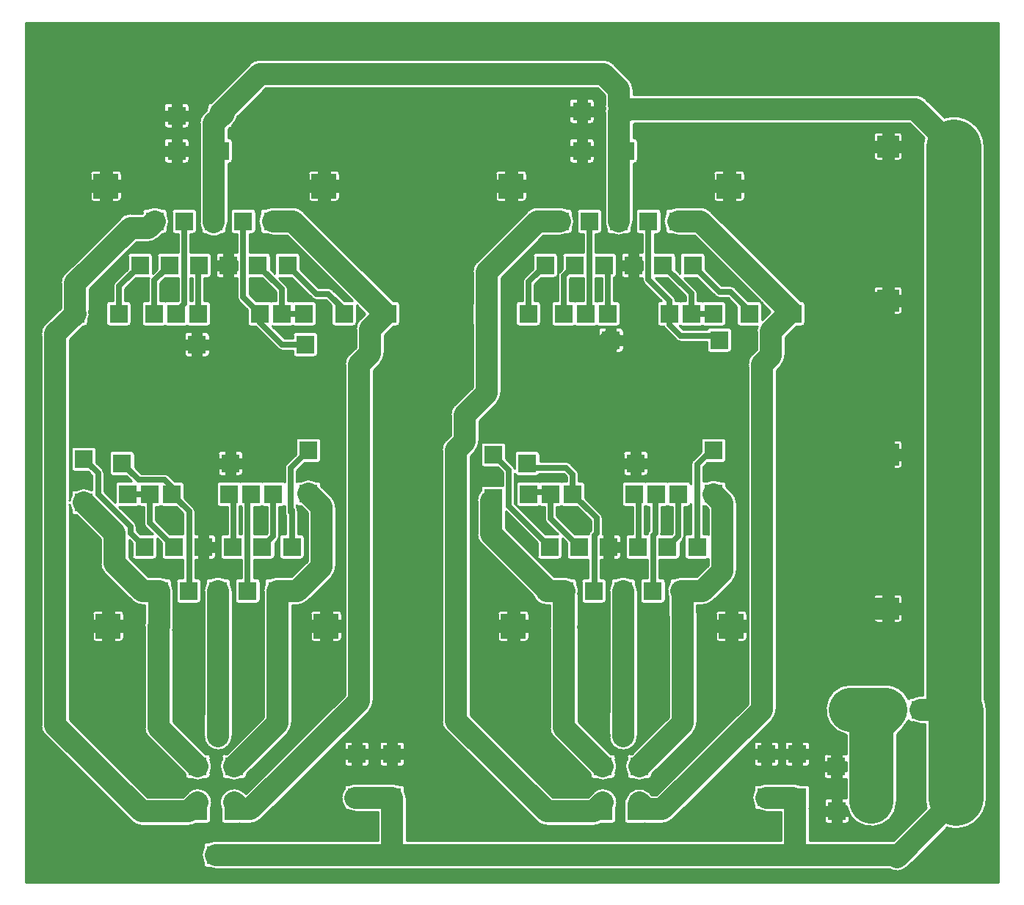
<source format=gbr>
G04 Generated by Ultiboard 13.0 *
%FSLAX34Y34*%
%MOMM*%

%ADD10C,0.0001*%
%ADD11C,0.2540*%
%ADD12C,2.5400*%
%ADD13C,0.6350*%
%ADD14C,5.0800*%
%ADD15C,6.3500*%
%ADD16R,2.1000X2.1000*%
%ADD17R,2.5400X2.5400*%
%ADD18R,2.1500X2.1500*%
%ADD19R,2.1590X2.1590*%
%ADD20R,2.8556X2.8556*%


G04 ColorRGB 0000FF for the following layer *
%LNCopper Bottom*%
%LPD*%
G54D10*
G36*
X1126172Y3828D02*
X1126172Y3828D01*
X1126172Y996172D01*
X3828Y996172D01*
X3828Y3828D01*
X1126172Y3828D01*
D02*
G37*
%LPC*%
G36*
X223520Y18970D02*
G75*
D01*
G02X215685Y20937I1J16590*
G01*
X215685Y20937D01*
X212725Y20937D01*
G75*
D01*
G02X208897Y24765I0J3828*
G01*
X208897Y24765D01*
X208897Y27725D01*
G75*
D01*
G02X208897Y43395I14622J7835*
G01*
X208897Y43395D01*
X208897Y46355D01*
G75*
D01*
G02X212725Y50183I3828J0*
G01*
X212725Y50183D01*
X215685Y50183D01*
G75*
D01*
G02X223520Y52150I7835J-14622*
G01*
X223520Y52150D01*
X410130Y52150D01*
X410130Y85010D01*
X384610Y85010D01*
G75*
D01*
G02X376071Y87377I1J16590*
G01*
X376071Y87377D01*
X375285Y87377D01*
G75*
D01*
G02X371457Y91205I0J3828*
G01*
X371457Y91205D01*
X371457Y91490D01*
G75*
D01*
G02X371457Y111710I13152J10110*
G01*
X371457Y111710D01*
X371457Y112795D01*
G75*
D01*
G02X375285Y116623I3828J0*
G01*
X375285Y116623D01*
X377573Y116623D01*
G75*
D01*
G02X384610Y118190I7038J-15022*
G01*
X384610Y118190D01*
X426720Y118190D01*
G74*
D01*
G02X433757Y116623I1J16590*
G01*
X433757Y116623D01*
X437515Y116623D01*
G74*
D01*
G02X441343Y112795I0J3828*
G01*
X441343Y112795D01*
X441343Y109435D01*
G74*
D01*
G02X443310Y101600I14622J7835*
G01*
X443310Y101600D01*
X443310Y52150D01*
X874950Y52150D01*
X874950Y85010D01*
X858520Y85010D01*
G75*
D01*
G02X849981Y87377I1J16590*
G01*
X849981Y87377D01*
X847725Y87377D01*
G75*
D01*
G02X843897Y91205I0J3828*
G01*
X843897Y91205D01*
X843897Y93765D01*
G75*
D01*
G02X843897Y109435I14622J7835*
G01*
X843897Y109435D01*
X843897Y112795D01*
G75*
D01*
G02X847725Y116623I3828J0*
G01*
X847725Y116623D01*
X851483Y116623D01*
G75*
D01*
G02X858520Y118190I7038J-15022*
G01*
X858520Y118190D01*
X888986Y118190D01*
G75*
D01*
G02X894933Y117093I14J-16590*
G01*
G74*
D01*
G02X896037Y116623I5942J15489*
G01*
X896037Y116623D01*
X904875Y116623D01*
G74*
D01*
G02X908703Y112795I0J3828*
G01*
X908703Y112795D01*
X908703Y91205D01*
G75*
D01*
G02X908130Y89189I-3828J-1*
G01*
X908130Y89189D01*
X908130Y52150D01*
X1004590Y52150D01*
X1042851Y90411D01*
G75*
D01*
G02X1041228Y101059I34109J10647*
G01*
X1041228Y101059D01*
X1041228Y186610D01*
X1036320Y186610D01*
G75*
D01*
G02X1027958Y188872I1J16590*
G01*
X1027958Y188872D01*
X1025500Y188872D01*
G75*
D01*
G02X1022236Y190699I-1J3828*
G01*
G74*
D01*
G02X1016420Y182431I26556J12501*
G01*
X1016420Y182431D01*
X1008988Y174999D01*
X1008988Y97323D01*
G75*
D01*
G02X950860Y91546I-29351J-1*
G01*
X950860Y91546D01*
X944986Y91546D01*
X944986Y100983D01*
X950285Y100983D01*
X950285Y123235D01*
G74*
D01*
G02X949915Y123217I371J3809*
G01*
X949915Y123217D01*
X944306Y123217D01*
X944306Y132654D01*
X950285Y132654D01*
X950285Y143026D01*
X944306Y143026D01*
X944306Y152463D01*
X949915Y152463D01*
G74*
D01*
G02X950285Y152445I1J3828*
G01*
X950285Y152445D01*
X950285Y174410D01*
G75*
D01*
G02X956000Y232551I5711J28790*
G01*
X956000Y232551D01*
X995680Y232551D01*
G74*
D01*
G02X1022236Y215701I0J29351*
G01*
G75*
D01*
G02X1025500Y217528I3263J-2001*
G01*
X1025500Y217528D01*
X1027958Y217528D01*
G75*
D01*
G02X1036320Y219790I8363J-14327*
G01*
X1036320Y219790D01*
X1038688Y219790D01*
X1038688Y852805D01*
G74*
D01*
G02X1040311Y863452I35732J0*
G01*
X1040311Y863452D01*
X1023733Y880030D01*
X708371Y880030D01*
G74*
D01*
G02X706355Y879457I2015J3255*
G01*
X706355Y879457D01*
X704930Y879457D01*
X704930Y862983D01*
X706355Y862983D01*
G74*
D01*
G02X710183Y859155I0J3828*
G01*
X710183Y859155D01*
X710183Y837565D01*
G75*
D01*
G02X706355Y833737I-3828J0*
G01*
X706355Y833737D01*
X704930Y833737D01*
X704930Y767080D01*
G75*
D01*
G02X702963Y759245I-16590J1*
G01*
X702963Y759245D01*
X702963Y756285D01*
G75*
D01*
G02X699135Y752457I-3828J0*
G01*
X699135Y752457D01*
X696175Y752457D01*
G75*
D01*
G02X680505Y752457I-7835J14622*
G01*
X680505Y752457D01*
X677545Y752457D01*
G75*
D01*
G02X673717Y756285I0J3828*
G01*
X673717Y756285D01*
X673717Y759245D01*
G75*
D01*
G02X671750Y767080I14622J7835*
G01*
X671750Y767080D01*
X671750Y891517D01*
G75*
D01*
G02X671750Y891563I16590J23*
G01*
X671750Y891563D01*
X671750Y892810D01*
G74*
D01*
G02X672302Y897055I16590J1*
G01*
G75*
D01*
G02X671750Y901323I16038J4244*
G01*
X671750Y901323D01*
X671750Y912408D01*
X663688Y920470D01*
X280992Y920470D01*
X248644Y888122D01*
G74*
D01*
G02X244141Y879809I16233J3417*
G01*
X244141Y879809D01*
X242823Y878492D01*
X242823Y878205D01*
G75*
D01*
G02X238995Y874377I-3828J0*
G01*
X238995Y874377D01*
X238708Y874377D01*
X237570Y873238D01*
X237570Y862983D01*
X238995Y862983D01*
G74*
D01*
G02X242823Y859155I0J3828*
G01*
X242823Y859155D01*
X242823Y837565D01*
G75*
D01*
G02X238995Y833737I-3828J0*
G01*
X238995Y833737D01*
X237570Y833737D01*
X237570Y765810D01*
G75*
D01*
G02X235603Y757975I-16590J1*
G01*
X235603Y757975D01*
X235603Y756285D01*
G75*
D01*
G02X231775Y752457I-3828J0*
G01*
X231775Y752457D01*
X230824Y752457D01*
G75*
D01*
G02X211136Y752457I-9844J13353*
G01*
X211136Y752457D01*
X210185Y752457D01*
G75*
D01*
G02X206357Y756285I0J3828*
G01*
X206357Y756285D01*
X206357Y757975D01*
G75*
D01*
G02X204390Y765810I14622J7835*
G01*
X204390Y765810D01*
X204390Y880086D01*
G75*
D01*
G02X209249Y891841I16590J24*
G01*
X209249Y891841D01*
X212366Y894958D01*
G74*
D01*
G02X213577Y898577I16233J3420*
G01*
X213577Y898577D01*
X213577Y899795D01*
G74*
D01*
G02X217217Y903619I3828J1*
G01*
X217217Y903619D01*
X236172Y922573D01*
X236172Y922573D01*
X262389Y948791D01*
G74*
D01*
G02X273360Y953632I11730J11732*
G01*
G75*
D01*
G02X274120Y953650I773J-16571*
G01*
X274120Y953650D01*
X670554Y953650D01*
G75*
D01*
G02X672078Y953580I2J-16590*
G01*
G74*
D01*
G02X682302Y948780I1517J16520*
G01*
X682302Y948780D01*
X700060Y931022D01*
G74*
D01*
G02X704930Y919280I11720J11742*
G01*
X704930Y919280D01*
X704930Y913210D01*
X1030590Y913210D01*
G75*
D01*
G02X1036684Y912056I15J-16590*
G01*
G74*
D01*
G02X1042347Y908340I6078J15435*
G01*
X1042347Y908340D01*
X1063773Y886914D01*
G75*
D01*
G02X1110152Y852805I10647J-34109*
G01*
X1110152Y852805D01*
X1110152Y215471D01*
G74*
D01*
G02X1112692Y202240I33191J13231*
G01*
X1112692Y202240D01*
X1112692Y101059D01*
G75*
D01*
G02X1066313Y66950I-35732J0*
G01*
X1066313Y66950D01*
X1020653Y21289D01*
G75*
D01*
G02X1000100Y18970I-11731J11731*
G01*
X1000100Y18970D01*
X223520Y18970D01*
D02*
G37*
G36*
X641430Y297180D02*
X641430Y297180D01*
X641430Y189752D01*
X678718Y152463D01*
X680675Y152463D01*
G74*
D01*
G02X684503Y148635I0J3828*
G01*
X684503Y148635D01*
X684503Y145674D01*
G75*
D01*
G02X684503Y130006I-14623J-7834*
G01*
X684503Y130006D01*
X684503Y127045D01*
G75*
D01*
G02X680675Y123217I-3828J0*
G01*
X680675Y123217D01*
X677714Y123217D01*
G75*
D01*
G02X662045Y123217I-7834J14622*
G01*
X662045Y123217D01*
X659085Y123217D01*
G75*
D01*
G02X655257Y127045I0J3828*
G01*
X655257Y127045D01*
X655257Y129002D01*
X613109Y171149D01*
G75*
D01*
G02X608250Y182899I11731J11731*
G01*
X608250Y182899D01*
X608250Y297180D01*
G74*
D01*
G02X608299Y298450I16590J4*
G01*
G75*
D01*
G02X608250Y299720I16540J1274*
G01*
X608250Y299720D01*
X608250Y323770D01*
X604920Y323770D01*
G75*
D01*
G02X589364Y334594I0J16590*
G01*
X589364Y334594D01*
X529289Y394669D01*
G75*
D01*
G02X524430Y406423I11731J11731*
G01*
X524430Y406423D01*
X524430Y444500D01*
G74*
D01*
G02X528937Y455867I16590J1*
G01*
X528937Y455867D01*
X528937Y458235D01*
G75*
D01*
G02X532765Y462063I3828J0*
G01*
X532765Y462063D01*
X554321Y462063D01*
X554321Y476953D01*
X548457Y482817D01*
X532765Y482817D01*
G75*
D01*
G02X528937Y486645I0J3828*
G01*
X528937Y486645D01*
X528937Y508235D01*
G75*
D01*
G02X532765Y512063I3828J0*
G01*
X532765Y512063D01*
X554355Y512063D01*
G74*
D01*
G02X558183Y508235I0J3828*
G01*
X558183Y508235D01*
X558183Y492943D01*
X566296Y484830D01*
G74*
D01*
G02X568082Y481813I4955J4970*
G01*
X568082Y481813D01*
X568082Y498430D01*
G75*
D01*
G02X571910Y502258I3828J0*
G01*
X571910Y502258D01*
X593410Y502258D01*
G74*
D01*
G02X597238Y498430I0J3828*
G01*
X597238Y498430D01*
X597238Y489619D01*
X627380Y489619D01*
G74*
D01*
G02X632350Y487556I0J7019*
G01*
X632350Y487556D01*
X639956Y479950D01*
G74*
D01*
G02X642019Y474980I4955J4970*
G01*
X642019Y474980D01*
X642019Y466743D01*
X645795Y466743D01*
G74*
D01*
G02X649623Y462915I0J3828*
G01*
X649623Y462915D01*
X649623Y447423D01*
X667671Y429375D01*
G74*
D01*
G02X669734Y424405I4955J4970*
G01*
X669734Y424405D01*
X669734Y407127D01*
G75*
D01*
G02X669604Y405783I-7019J1*
G01*
X669604Y405783D01*
X671234Y405783D01*
X671234Y396346D01*
X666929Y396346D01*
X666929Y385974D01*
X671234Y385974D01*
X671234Y376537D01*
X666929Y376537D01*
X666929Y354983D01*
X670215Y354983D01*
G74*
D01*
G02X674043Y351155I0J3828*
G01*
X674043Y351155D01*
X674043Y329565D01*
G75*
D01*
G02X670215Y325737I-3828J0*
G01*
X670215Y325737D01*
X648625Y325737D01*
G75*
D01*
G02X644797Y329565I0J3828*
G01*
X644797Y329565D01*
X644797Y351155D01*
G75*
D01*
G02X648625Y354983I3828J0*
G01*
X648625Y354983D01*
X652891Y354983D01*
X652891Y376537D01*
X631625Y376537D01*
G75*
D01*
G02X627797Y380365I0J3828*
G01*
X627797Y380365D01*
X627797Y395857D01*
X623043Y400610D01*
X623043Y380365D01*
G75*
D01*
G02X619215Y376537I-3828J0*
G01*
X619215Y376537D01*
X597625Y376537D01*
G75*
D01*
G02X593797Y380365I0J3828*
G01*
X593797Y380365D01*
X593797Y395857D01*
X557610Y432044D01*
X557610Y413272D01*
X613932Y356950D01*
X625420Y356950D01*
G74*
D01*
G02X633255Y354983I1J16590*
G01*
X633255Y354983D01*
X636215Y354983D01*
G74*
D01*
G02X640043Y351155I0J3828*
G01*
X640043Y351155D01*
X640043Y348195D01*
G75*
D01*
G02X641430Y336012I-14622J-7835*
G01*
X641430Y336012D01*
X641430Y299720D01*
G75*
D01*
G02X641381Y298450I-16590J4*
G01*
G74*
D01*
G02X641430Y297180I16540J1274*
G01*
D02*
G37*
G36*
X710010Y340360D02*
X710010Y340360D01*
X710010Y172720D01*
G75*
D01*
G02X676830Y172720I-16590J0*
G01*
X676830Y172720D01*
X676830Y175149D01*
G75*
D01*
G02X676257Y177165I3255J2015*
G01*
X676257Y177165D01*
X676257Y198755D01*
G74*
D01*
G02X676830Y200771I3828J1*
G01*
X676830Y200771D01*
X676830Y340360D01*
G74*
D01*
G02X678797Y348195I16590J1*
G01*
X678797Y348195D01*
X678797Y351155D01*
G75*
D01*
G02X682625Y354983I3828J0*
G01*
X682625Y354983D01*
X685585Y354983D01*
G75*
D01*
G02X701255Y354983I7835J-14622*
G01*
X701255Y354983D01*
X704215Y354983D01*
G74*
D01*
G02X708043Y351155I0J3828*
G01*
X708043Y351155D01*
X708043Y348195D01*
G74*
D01*
G02X710010Y340360I14622J7835*
G01*
D02*
G37*
G36*
X719714Y123217D02*
G75*
D01*
G02X704045Y123217I-7834J14622*
G01*
X704045Y123217D01*
X701085Y123217D01*
G75*
D01*
G02X697257Y127045I0J3828*
G01*
X697257Y127045D01*
X697257Y130005D01*
G75*
D01*
G02X697257Y145675I14622J7835*
G01*
X697257Y145675D01*
X697257Y148635D01*
G75*
D01*
G02X701085Y152463I3828J0*
G01*
X701085Y152463D01*
X703042Y152463D01*
X716172Y165593D01*
X745410Y194832D01*
X745410Y311192D01*
G75*
D01*
G02X744830Y315540I16009J4348*
G01*
X744830Y315540D01*
X744830Y334743D01*
G75*
D01*
G02X746797Y349798I15609J5617*
G01*
X746797Y349798D01*
X746797Y351155D01*
G75*
D01*
G02X750625Y354983I3828J0*
G01*
X750625Y354983D01*
X752605Y354983D01*
G75*
D01*
G02X760440Y356950I7835J-14622*
G01*
X760440Y356950D01*
X777988Y356950D01*
X791130Y370092D01*
X791130Y377050D01*
G74*
D01*
G02X789215Y376537I1914J3315*
G01*
X789215Y376537D01*
X767625Y376537D01*
G75*
D01*
G02X763797Y380365I0J3828*
G01*
X763797Y380365D01*
X763797Y401955D01*
G75*
D01*
G02X767625Y405783I3828J0*
G01*
X767625Y405783D01*
X771401Y405783D01*
X771401Y440291D01*
G74*
D01*
G02X767715Y437497I3686J1034*
G01*
X767715Y437497D01*
X763939Y437497D01*
X763939Y403860D01*
G75*
D01*
G02X761876Y398890I-7019J0*
G01*
X761876Y398890D01*
X759043Y396057D01*
X759043Y380365D01*
G75*
D01*
G02X755215Y376537I-3828J0*
G01*
X755215Y376537D01*
X734929Y376537D01*
X734929Y354983D01*
X738215Y354983D01*
G74*
D01*
G02X742043Y351155I0J3828*
G01*
X742043Y351155D01*
X742043Y329565D01*
G75*
D01*
G02X738215Y325737I-3828J0*
G01*
X738215Y325737D01*
X716625Y325737D01*
G75*
D01*
G02X712797Y329565I0J3828*
G01*
X712797Y329565D01*
X712797Y351155D01*
G75*
D01*
G02X716625Y354983I3828J0*
G01*
X716625Y354983D01*
X720891Y354983D01*
X720891Y376537D01*
X699625Y376537D01*
G75*
D01*
G02X695797Y380365I0J3828*
G01*
X695797Y380365D01*
X695797Y401955D01*
G75*
D01*
G02X699625Y405783I3828J0*
G01*
X699625Y405783D01*
X704181Y405783D01*
X704181Y437497D01*
X695325Y437497D01*
G75*
D01*
G02X691497Y441325I0J3828*
G01*
X691497Y441325D01*
X691497Y462915D01*
G75*
D01*
G02X695325Y466743I3828J0*
G01*
X695325Y466743D01*
X716915Y466743D01*
G74*
D01*
G02X718820Y466236I1J3828*
G01*
G75*
D01*
G02X720725Y466743I1904J-3321*
G01*
X720725Y466743D01*
X742315Y466743D01*
G74*
D01*
G02X744220Y466236I1J3828*
G01*
G75*
D01*
G02X746125Y466743I1904J-3321*
G01*
X746125Y466743D01*
X767715Y466743D01*
G74*
D01*
G02X771401Y463949I0J3828*
G01*
X771401Y463949D01*
X771401Y486309D01*
G75*
D01*
G02X773457Y491283I7019J11*
G01*
X773457Y491283D01*
X782937Y500763D01*
X782937Y513315D01*
G75*
D01*
G02X786765Y517143I3828J0*
G01*
X786765Y517143D01*
X808355Y517143D01*
G74*
D01*
G02X812183Y513315I0J3828*
G01*
X812183Y513315D01*
X812183Y491725D01*
G75*
D01*
G02X808355Y487897I-3828J0*
G01*
X808355Y487897D01*
X789923Y487897D01*
X785439Y483413D01*
X785439Y466906D01*
G75*
D01*
G02X786765Y467143I1326J-3590*
G01*
X786765Y467143D01*
X790523Y467143D01*
G75*
D01*
G02X804597Y467143I7037J-15023*
G01*
X804597Y467143D01*
X808355Y467143D01*
G74*
D01*
G02X812183Y463315I0J3828*
G01*
X812183Y463315D01*
X812183Y460958D01*
X819440Y453702D01*
G74*
D01*
G02X824310Y441960I11720J11742*
G01*
X824310Y441960D01*
X824310Y363220D01*
G75*
D01*
G02X819440Y351478I-16590J0*
G01*
X819440Y351478D01*
X796602Y328640D01*
G74*
D01*
G02X784860Y323770I11742J11720*
G01*
X784860Y323770D01*
X778010Y323770D01*
X778010Y319308D01*
G74*
D01*
G02X778590Y314960I16009J4348*
G01*
X778590Y314960D01*
X778590Y187960D01*
G75*
D01*
G02X773720Y176218I-16590J0*
G01*
X773720Y176218D01*
X726503Y129002D01*
X726503Y127045D01*
G75*
D01*
G02X722675Y123217I-3828J0*
G01*
X722675Y123217D01*
X719714Y123217D01*
D02*
G37*
G36*
X717624Y71737D02*
X717624Y71737D01*
X697865Y71737D01*
G75*
D01*
G02X694037Y75565I0J3828*
G01*
X694037Y75565D01*
X694037Y97155D01*
G74*
D01*
G02X695949Y100470I3828J1*
G01*
G75*
D01*
G02X723611Y107571I15931J-4630*
G01*
X723611Y107571D01*
X726372Y104810D01*
X731588Y104810D01*
X836850Y210072D01*
X836850Y599440D01*
G74*
D01*
G02X836899Y600710I16590J4*
G01*
G75*
D01*
G02X841709Y613711I16540J1271*
G01*
X841709Y613711D01*
X847010Y619012D01*
X847010Y640057D01*
G75*
D01*
G02X848019Y645777I16590J23*
G01*
X848019Y645777D01*
X827805Y645777D01*
G75*
D01*
G02X823977Y649605I0J3828*
G01*
X823977Y649605D01*
X823977Y668707D01*
X813903Y678781D01*
X803827Y678781D01*
G75*
D01*
G02X798857Y680837I-7J7019*
G01*
X798857Y680837D01*
X778037Y701657D01*
X763889Y701657D01*
X777116Y688430D01*
G74*
D01*
G02X779179Y683460I4955J4970*
G01*
X779179Y683460D01*
X779179Y675023D01*
X782955Y675023D01*
G74*
D01*
G02X784860Y674516I1J3828*
G01*
G75*
D01*
G02X786765Y675023I1904J-3321*
G01*
X786765Y675023D01*
X808355Y675023D01*
G74*
D01*
G02X812183Y671195I0J3828*
G01*
X812183Y671195D01*
X812183Y649605D01*
G75*
D01*
G02X808355Y645777I-3828J0*
G01*
X808355Y645777D01*
X786765Y645777D01*
G75*
D01*
G02X784860Y646284I-1J3828*
G01*
G74*
D01*
G02X782955Y645777I1904J3321*
G01*
X782955Y645777D01*
X761365Y645777D01*
G75*
D01*
G02X759460Y646284I-1J3828*
G01*
G74*
D01*
G02X758493Y645893I1905J3320*
G01*
X758493Y645893D01*
X762367Y642019D01*
X789847Y642019D01*
G75*
D01*
G02X793430Y644498I3582J-1349*
G01*
X793430Y644498D01*
X814930Y644498D01*
G74*
D01*
G02X818758Y640670I0J3828*
G01*
X818758Y640670D01*
X818758Y619170D01*
G75*
D01*
G02X814930Y615342I-3828J0*
G01*
X814930Y615342D01*
X793430Y615342D01*
G75*
D01*
G02X789602Y619170I0J3828*
G01*
X789602Y619170D01*
X789602Y627981D01*
X759460Y627981D01*
G75*
D01*
G02X757430Y628281I0J7019*
G01*
G74*
D01*
G02X754497Y630037I2030J6718*
G01*
X754497Y630037D01*
X741797Y642737D01*
G74*
D01*
G02X740010Y645777I4963J4962*
G01*
X740010Y645777D01*
X735965Y645777D01*
G75*
D01*
G02X732137Y649605I0J3828*
G01*
X732137Y649605D01*
X732137Y671195D01*
G75*
D01*
G02X735965Y675023I3828J0*
G01*
X735965Y675023D01*
X737450Y675023D01*
X724022Y688452D01*
G74*
D01*
G02X724017Y688457I4960J4965*
G01*
X724017Y688457D01*
X717377Y695097D01*
G75*
D01*
G02X715321Y700071I4962J4963*
G01*
X715321Y700071D01*
X715321Y701657D01*
X710526Y701657D01*
X710526Y711094D01*
X715321Y711094D01*
X715321Y721466D01*
X710526Y721466D01*
X710526Y730903D01*
X715321Y730903D01*
X715321Y752457D01*
X711545Y752457D01*
G75*
D01*
G02X707717Y756285I0J3828*
G01*
X707717Y756285D01*
X707717Y777875D01*
G75*
D01*
G02X711545Y781703I3828J0*
G01*
X711545Y781703D01*
X733135Y781703D01*
G74*
D01*
G02X736963Y777875I0J3828*
G01*
X736963Y777875D01*
X736963Y756285D01*
G75*
D01*
G02X733135Y752457I-3828J0*
G01*
X733135Y752457D01*
X729359Y752457D01*
X729359Y730903D01*
X750135Y730903D01*
G74*
D01*
G02X753963Y727075I0J3828*
G01*
X753963Y727075D01*
X753963Y711583D01*
X758717Y706829D01*
X758717Y727075D01*
G75*
D01*
G02X762545Y730903I3828J0*
G01*
X762545Y730903D01*
X784135Y730903D01*
G74*
D01*
G02X787963Y727075I0J3828*
G01*
X787963Y727075D01*
X787963Y711583D01*
X806727Y692819D01*
X816810Y692819D01*
G74*
D01*
G02X821780Y690756I0J7019*
G01*
X821780Y690756D01*
X837513Y675023D01*
X849395Y675023D01*
G74*
D01*
G02X851648Y674290I0J3828*
G01*
X851648Y674290D01*
X775448Y750490D01*
X756340Y750490D01*
G75*
D01*
G02X748505Y752457I1J16590*
G01*
X748505Y752457D01*
X745545Y752457D01*
G75*
D01*
G02X741717Y756285I0J3828*
G01*
X741717Y756285D01*
X741717Y759245D01*
G75*
D01*
G02X741717Y774915I14622J7835*
G01*
X741717Y774915D01*
X741717Y777875D01*
G75*
D01*
G02X745545Y781703I3828J0*
G01*
X745545Y781703D01*
X748505Y781703D01*
G75*
D01*
G02X756340Y783670I7835J-14622*
G01*
X756340Y783670D01*
X782320Y783670D01*
G74*
D01*
G02X794062Y778800I0J16590*
G01*
X794062Y778800D01*
X897838Y675023D01*
X899395Y675023D01*
G74*
D01*
G02X903223Y671195I0J3828*
G01*
X903223Y671195D01*
X903223Y649605D01*
G75*
D01*
G02X899395Y645777I-3828J0*
G01*
X899395Y645777D01*
X892758Y645777D01*
X880190Y633208D01*
X880190Y612140D01*
G75*
D01*
G02X875320Y600398I-16590J0*
G01*
X875320Y600398D01*
X870030Y595108D01*
X870030Y203200D01*
G75*
D01*
G02X865160Y191458I-16590J0*
G01*
X865160Y191458D01*
X750202Y76500D01*
G74*
D01*
G02X738460Y71630I11742J11720*
G01*
X738460Y71630D01*
X719500Y71630D01*
G75*
D01*
G02X717624Y71737I5J16590*
G01*
D02*
G37*
G36*
X522260Y501338D02*
X522260Y501338D01*
X516970Y496048D01*
X516970Y197372D01*
X612072Y102270D01*
X652848Y102270D01*
X658149Y107571D01*
G75*
D01*
G02X685183Y89435I11730J-11732*
G01*
X685183Y89435D01*
X685183Y75565D01*
G75*
D01*
G02X681355Y71737I-3828J0*
G01*
X681355Y71737D01*
X668709Y71737D01*
G74*
D01*
G02X659720Y69090I8990J13942*
G01*
X659720Y69090D01*
X605200Y69090D01*
G75*
D01*
G02X602492Y69313I3J16590*
G01*
G74*
D01*
G02X593469Y73949I2707J16367*
G01*
X593469Y73949D01*
X488649Y178769D01*
G75*
D01*
G02X483790Y190522I11731J11731*
G01*
X483790Y190522D01*
X483790Y502905D01*
G75*
D01*
G02X488649Y514651I16590J15*
G01*
X488649Y514651D01*
X493950Y519952D01*
X493950Y543537D01*
G75*
D01*
G02X498809Y555291I16590J23*
G01*
X498809Y555291D01*
X519350Y575832D01*
X519350Y648465D01*
G75*
D01*
G02X519177Y649605I3655J1138*
G01*
X519177Y649605D01*
X519177Y671195D01*
G74*
D01*
G02X519350Y672335I3828J2*
G01*
X519350Y672335D01*
X519350Y708641D01*
G75*
D01*
G02X524209Y720391I16590J19*
G01*
X524209Y720391D01*
X582629Y778811D01*
G74*
D01*
G02X588661Y782660I11730J11732*
G01*
G75*
D01*
G02X594360Y783670I5700J-15579*
G01*
X594360Y783670D01*
X620340Y783670D01*
G74*
D01*
G02X628175Y781703I1J16590*
G01*
X628175Y781703D01*
X631135Y781703D01*
G74*
D01*
G02X634963Y777875I0J3828*
G01*
X634963Y777875D01*
X634963Y774915D01*
G75*
D01*
G02X634963Y759245I-14622J-7835*
G01*
X634963Y759245D01*
X634963Y756285D01*
G75*
D01*
G02X631135Y752457I-3828J0*
G01*
X631135Y752457D01*
X628175Y752457D01*
G74*
D01*
G02X620340Y750490I7835J14622*
G01*
X620340Y750490D01*
X601232Y750490D01*
X552530Y701788D01*
X552530Y568960D01*
G75*
D01*
G02X547660Y557218I-16590J0*
G01*
X547660Y557218D01*
X527130Y536688D01*
X527130Y513080D01*
G75*
D01*
G02X522260Y501338I-16590J0*
G01*
D02*
G37*
G36*
X209470Y340360D02*
G74*
D01*
G02X211437Y348195I16590J1*
G01*
X211437Y348195D01*
X211437Y351155D01*
G75*
D01*
G02X215265Y354983I3828J0*
G01*
X215265Y354983D01*
X218225Y354983D01*
G75*
D01*
G02X233895Y354983I7835J-14622*
G01*
X233895Y354983D01*
X236855Y354983D01*
G74*
D01*
G02X240683Y351155I0J3828*
G01*
X240683Y351155D01*
X240683Y348195D01*
G74*
D01*
G02X242650Y340360I14622J7835*
G01*
X242650Y340360D01*
X242650Y172720D01*
G75*
D01*
G02X209470Y172609I-16590J-56*
G01*
G75*
D01*
G02X208897Y174625I3255J2015*
G01*
X208897Y174625D01*
X208897Y196215D01*
G74*
D01*
G02X209470Y198231I3828J1*
G01*
X209470Y198231D01*
X209470Y340360D01*
D02*
G37*
G36*
X190789Y107571D02*
G75*
D01*
G02X217823Y89435I11730J-11732*
G01*
X217823Y89435D01*
X217823Y75565D01*
G75*
D01*
G02X213995Y71737I-3828J0*
G01*
X213995Y71737D01*
X201349Y71737D01*
G74*
D01*
G02X192360Y69090I8990J13942*
G01*
X192360Y69090D01*
X137840Y69090D01*
G75*
D01*
G02X137433Y69095I0J16590*
G01*
G74*
D01*
G02X126109Y73949I406J16584*
G01*
X126109Y73949D01*
X26369Y173689D01*
G75*
D01*
G02X21510Y185444I11731J11731*
G01*
X21510Y185444D01*
X21510Y635000D01*
G74*
D01*
G02X21545Y636070I16590J7*
G01*
G75*
D01*
G02X26369Y648871I16554J1071*
G01*
X26369Y648871D01*
X44370Y666872D01*
X44370Y695647D01*
G75*
D01*
G02X49229Y707401I16590J23*
G01*
X49229Y707401D01*
X58000Y716172D01*
X113019Y771191D01*
G74*
D01*
G02X123099Y775967I11730J11732*
G01*
G75*
D01*
G02X124750Y776050I1657J-16506*
G01*
X124750Y776050D01*
X138357Y776050D01*
X138357Y777875D01*
G75*
D01*
G02X142185Y781703I3828J0*
G01*
X142185Y781703D01*
X145145Y781703D01*
G75*
D01*
G02X160814Y781703I7835J-14622*
G01*
X160814Y781703D01*
X163775Y781703D01*
G74*
D01*
G02X167603Y777875I0J3828*
G01*
X167603Y777875D01*
X167603Y774914D01*
G75*
D01*
G02X167603Y759246I-14623J-7834*
G01*
X167603Y759246D01*
X167603Y756285D01*
G75*
D01*
G02X163775Y752457I-3828J0*
G01*
X163775Y752457D01*
X161818Y752457D01*
X157102Y747740D01*
G74*
D01*
G02X150259Y743610I11741J11720*
G01*
G75*
D01*
G02X145348Y742870I-4899J15849*
G01*
X145348Y742870D01*
X131622Y742870D01*
X104923Y716172D01*
X77550Y688798D01*
X77550Y664021D01*
G75*
D01*
G02X75983Y652566I-16189J-3620*
G01*
X75983Y652566D01*
X75983Y649605D01*
G75*
D01*
G02X72155Y645777I-3828J0*
G01*
X72155Y645777D01*
X70198Y645777D01*
X54690Y630268D01*
X54690Y444657D01*
G74*
D01*
G02X56497Y450195I16429J2297*
G01*
X56497Y450195D01*
X56497Y453155D01*
G75*
D01*
G02X60325Y456983I3828J0*
G01*
X60325Y456983D01*
X63286Y456983D01*
G75*
D01*
G02X78954Y456983I7834J-14623*
G01*
X78954Y456983D01*
X80611Y456983D01*
X80611Y473343D01*
X77782Y476172D01*
X77782Y476172D01*
X76217Y477737D01*
X60325Y477737D01*
G75*
D01*
G02X56497Y481565I0J3828*
G01*
X56497Y481565D01*
X56497Y503155D01*
G75*
D01*
G02X60325Y506983I3828J0*
G01*
X60325Y506983D01*
X81915Y506983D01*
G74*
D01*
G02X85743Y503155I0J3828*
G01*
X85743Y503155D01*
X85743Y488063D01*
X92586Y481220D01*
G74*
D01*
G02X94649Y476250I4955J4970*
G01*
X94649Y476250D01*
X94649Y454800D01*
X107297Y442152D01*
X107297Y462915D01*
G75*
D01*
G02X111125Y466743I3828J0*
G01*
X111125Y466743D01*
X126310Y466743D01*
X119952Y473102D01*
X104550Y473102D01*
G75*
D01*
G02X100722Y476930I0J3828*
G01*
X100722Y476930D01*
X100722Y498430D01*
G75*
D01*
G02X104550Y502258I3828J0*
G01*
X104550Y502258D01*
X126050Y502258D01*
G74*
D01*
G02X129878Y498430I0J3828*
G01*
X129878Y498430D01*
X129878Y483028D01*
X136734Y476172D01*
X137257Y475649D01*
X164465Y475649D01*
G74*
D01*
G02X169435Y473586I0J7019*
G01*
X169435Y473586D01*
X176278Y466743D01*
X183515Y466743D01*
G74*
D01*
G02X187343Y462915I0J3828*
G01*
X187343Y462915D01*
X187343Y447423D01*
X197506Y437260D01*
G74*
D01*
G02X199569Y432290I4955J4970*
G01*
X199569Y432290D01*
X199569Y405783D01*
X203874Y405783D01*
X203874Y396346D01*
X199569Y396346D01*
X199569Y385974D01*
X203874Y385974D01*
X203874Y376537D01*
X199569Y376537D01*
X199569Y354983D01*
X202855Y354983D01*
G74*
D01*
G02X206683Y351155I0J3828*
G01*
X206683Y351155D01*
X206683Y329565D01*
G75*
D01*
G02X202855Y325737I-3828J0*
G01*
X202855Y325737D01*
X181265Y325737D01*
G75*
D01*
G02X177437Y329565I0J3828*
G01*
X177437Y329565D01*
X177437Y351155D01*
G75*
D01*
G02X181265Y354983I3828J0*
G01*
X181265Y354983D01*
X185531Y354983D01*
X185531Y376537D01*
X164265Y376537D01*
G75*
D01*
G02X160437Y380365I0J3828*
G01*
X160437Y380365D01*
X160437Y395857D01*
X155683Y400610D01*
X155683Y380365D01*
G75*
D01*
G02X151855Y376537I-3828J0*
G01*
X151855Y376537D01*
X130265Y376537D01*
G75*
D01*
G02X126437Y380365I0J3828*
G01*
X126437Y380365D01*
X126437Y395857D01*
X123270Y399024D01*
X123270Y379272D01*
X145592Y356950D01*
X157480Y356950D01*
G74*
D01*
G02X157770Y356947I27J16590*
G01*
G75*
D01*
G02X165895Y354983I291J-16586*
G01*
X165895Y354983D01*
X168855Y354983D01*
G74*
D01*
G02X172683Y351155I0J3828*
G01*
X172683Y351155D01*
X172683Y348195D01*
G74*
D01*
G02X174650Y340360I14622J7835*
G01*
X174650Y340360D01*
X174650Y299140D01*
G75*
D01*
G02X174070Y294792I-16590J0*
G01*
X174070Y294792D01*
X174070Y189752D01*
X211358Y152463D01*
X213315Y152463D01*
G74*
D01*
G02X217143Y148635I0J3828*
G01*
X217143Y148635D01*
X217143Y145674D01*
G75*
D01*
G02X217143Y130006I-14623J-7834*
G01*
X217143Y130006D01*
X217143Y127045D01*
G75*
D01*
G02X213315Y123217I-3828J0*
G01*
X213315Y123217D01*
X210354Y123217D01*
G75*
D01*
G02X194685Y123217I-7834J14622*
G01*
X194685Y123217D01*
X191725Y123217D01*
G75*
D01*
G02X187897Y127045I0J3828*
G01*
X187897Y127045D01*
X187897Y129002D01*
X145749Y171149D01*
G75*
D01*
G02X140890Y182899I11731J11731*
G01*
X140890Y182899D01*
X140890Y299720D01*
G74*
D01*
G02X141470Y304068I16590J0*
G01*
X141470Y304068D01*
X141470Y323770D01*
X138734Y323770D01*
G75*
D01*
G02X126989Y328629I-14J16590*
G01*
X126989Y328629D01*
X94949Y360669D01*
G75*
D01*
G02X90090Y372417I11731J11731*
G01*
X90090Y372417D01*
X90090Y399928D01*
X62282Y427737D01*
X60325Y427737D01*
G75*
D01*
G02X56497Y431565I0J3828*
G01*
X56497Y431565D01*
X56497Y434525D01*
G74*
D01*
G02X54690Y440063I14622J7835*
G01*
X54690Y440063D01*
X54690Y192292D01*
X144712Y102270D01*
X185488Y102270D01*
X190789Y107571D01*
D02*
G37*
G36*
X278050Y339780D02*
G74*
D01*
G02X278053Y340070I16590J27*
G01*
G75*
D01*
G02X279437Y346999I16586J290*
G01*
X279437Y346999D01*
X279437Y351155D01*
G75*
D01*
G02X283265Y354983I3828J0*
G01*
X283265Y354983D01*
X286805Y354983D01*
G75*
D01*
G02X294640Y356950I7835J-14622*
G01*
X294640Y356950D01*
X310628Y356950D01*
X328850Y375172D01*
X328850Y430408D01*
X321362Y437897D01*
X319405Y437897D01*
G75*
D01*
G02X316899Y438831I0J3828*
G01*
X316899Y438831D01*
X316899Y436875D01*
G74*
D01*
G02X318079Y432980I5838J3895*
G01*
X318079Y432980D01*
X318079Y405783D01*
X321855Y405783D01*
G74*
D01*
G02X325683Y401955I0J3828*
G01*
X325683Y401955D01*
X325683Y380365D01*
G75*
D01*
G02X321855Y376537I-3828J0*
G01*
X321855Y376537D01*
X300265Y376537D01*
G75*
D01*
G02X296437Y380365I0J3828*
G01*
X296437Y380365D01*
X296437Y401955D01*
G74*
D01*
G02X296459Y402369I3828J4*
G01*
G74*
D01*
G02X294516Y398690I6898J1291*
G01*
X294516Y398690D01*
X291683Y395857D01*
X291683Y380365D01*
G75*
D01*
G02X287855Y376537I-3828J0*
G01*
X287855Y376537D01*
X267079Y376537D01*
X267079Y354983D01*
X270855Y354983D01*
G74*
D01*
G02X274683Y351155I0J3828*
G01*
X274683Y351155D01*
X274683Y329565D01*
G75*
D01*
G02X270855Y325737I-3828J0*
G01*
X270855Y325737D01*
X249265Y325737D01*
G75*
D01*
G02X245437Y329565I0J3828*
G01*
X245437Y329565D01*
X245437Y351155D01*
G75*
D01*
G02X249265Y354983I3828J0*
G01*
X249265Y354983D01*
X253041Y354983D01*
X253041Y376537D01*
X232265Y376537D01*
G75*
D01*
G02X228437Y380365I0J3828*
G01*
X228437Y380365D01*
X228437Y401955D01*
G75*
D01*
G02X232265Y405783I3828J0*
G01*
X232265Y405783D01*
X236821Y405783D01*
X236821Y437497D01*
X227965Y437497D01*
G75*
D01*
G02X224137Y441325I0J3828*
G01*
X224137Y441325D01*
X224137Y462915D01*
G75*
D01*
G02X227965Y466743I3828J0*
G01*
X227965Y466743D01*
X249555Y466743D01*
G74*
D01*
G02X251460Y466236I1J3828*
G01*
G75*
D01*
G02X253365Y466743I1904J-3321*
G01*
X253365Y466743D01*
X274955Y466743D01*
G74*
D01*
G02X276860Y466236I1J3828*
G01*
G75*
D01*
G02X278765Y466743I1904J-3321*
G01*
X278765Y466743D01*
X300355Y466743D01*
G74*
D01*
G02X302861Y465809I0J3828*
G01*
X302861Y465809D01*
X302861Y482188D01*
G75*
D01*
G02X304917Y487163I7019J12*
G01*
X304917Y487163D01*
X315577Y497823D01*
X315577Y513315D01*
G75*
D01*
G02X319405Y517143I3828J0*
G01*
X319405Y517143D01*
X340995Y517143D01*
G74*
D01*
G02X344823Y513315I0J3828*
G01*
X344823Y513315D01*
X344823Y491725D01*
G75*
D01*
G02X340995Y487897I-3828J0*
G01*
X340995Y487897D01*
X325503Y487897D01*
X316899Y479293D01*
X316899Y466209D01*
G75*
D01*
G02X319405Y467143I2506J-2894*
G01*
X319405Y467143D01*
X322366Y467143D01*
G75*
D01*
G02X338034Y467143I7834J-14623*
G01*
X338034Y467143D01*
X340995Y467143D01*
G74*
D01*
G02X344823Y463315I0J3828*
G01*
X344823Y463315D01*
X344823Y461358D01*
X357160Y449022D01*
G74*
D01*
G02X362030Y437280I11720J11742*
G01*
X362030Y437280D01*
X362030Y368300D01*
G75*
D01*
G02X357160Y356558I-16590J0*
G01*
X357160Y356558D01*
X329242Y328640D01*
G74*
D01*
G02X322499Y324541I11742J11720*
G01*
G75*
D01*
G02X317488Y323770I-4999J15819*
G01*
X317488Y323770D01*
X311230Y323770D01*
X311230Y187960D01*
G75*
D01*
G02X306360Y176218I-16590J0*
G01*
X306360Y176218D01*
X259143Y129002D01*
X259143Y127045D01*
G75*
D01*
G02X255315Y123217I-3828J0*
G01*
X255315Y123217D01*
X252354Y123217D01*
G75*
D01*
G02X236685Y123217I-7834J14622*
G01*
X236685Y123217D01*
X233725Y123217D01*
G75*
D01*
G02X229897Y127045I0J3828*
G01*
X229897Y127045D01*
X229897Y130005D01*
G75*
D01*
G02X229897Y145675I14622J7835*
G01*
X229897Y145675D01*
X229897Y148635D01*
G75*
D01*
G02X233725Y152463I3828J0*
G01*
X233725Y152463D01*
X235682Y152463D01*
X278050Y194832D01*
X278050Y339780D01*
D02*
G37*
G36*
X250264Y71737D02*
X250264Y71737D01*
X233045Y71737D01*
G75*
D01*
G02X229217Y75565I0J3828*
G01*
X229217Y75565D01*
X229217Y89435D01*
G75*
D01*
G02X256251Y107571I15301J6408*
G01*
X256251Y107571D01*
X257810Y106012D01*
X372030Y220232D01*
X372030Y601959D01*
G75*
D01*
G02X376889Y613711I16590J21*
G01*
X376889Y613711D01*
X384730Y621552D01*
X384730Y642601D01*
G75*
D01*
G02X389589Y654351I16590J19*
G01*
X389589Y654351D01*
X395638Y660400D01*
X385863Y670175D01*
X385863Y649605D01*
G75*
D01*
G02X382035Y645777I-3828J0*
G01*
X382035Y645777D01*
X360445Y645777D01*
G75*
D01*
G02X356617Y649605I0J3828*
G01*
X356617Y649605D01*
X356617Y669977D01*
X350353Y676241D01*
X339006Y676241D01*
G75*
D01*
G02X334037Y678297I-6J7019*
G01*
X334037Y678297D01*
X310677Y701657D01*
X296529Y701657D01*
X304676Y693510D01*
G74*
D01*
G02X306739Y688540I4955J4970*
G01*
X306739Y688540D01*
X306739Y675023D01*
X310515Y675023D01*
G74*
D01*
G02X312420Y674516I1J3828*
G01*
G75*
D01*
G02X314325Y675023I1904J-3321*
G01*
X314325Y675023D01*
X335915Y675023D01*
G74*
D01*
G02X339743Y671195I0J3828*
G01*
X339743Y671195D01*
X339743Y649605D01*
G75*
D01*
G02X335915Y645777I-3828J0*
G01*
X335915Y645777D01*
X314325Y645777D01*
G75*
D01*
G02X312420Y646284I-1J3828*
G01*
G74*
D01*
G02X310515Y645777I1904J3321*
G01*
X310515Y645777D01*
X288925Y645777D01*
G75*
D01*
G02X288703Y645783I-8J3828*
G01*
X288703Y645783D01*
X302627Y631859D01*
X312082Y631859D01*
X312082Y635590D01*
G75*
D01*
G02X315910Y639418I3828J0*
G01*
X315910Y639418D01*
X337410Y639418D01*
G74*
D01*
G02X341238Y635590I0J3828*
G01*
X341238Y635590D01*
X341238Y614090D01*
G75*
D01*
G02X337410Y610262I-3828J0*
G01*
X337410Y610262D01*
X315910Y610262D01*
G75*
D01*
G02X312082Y614090I0J3828*
G01*
X312082Y614090D01*
X312082Y617821D01*
X299729Y617821D01*
G75*
D01*
G02X294757Y619877I-9J7019*
G01*
X294757Y619877D01*
X269357Y645277D01*
G74*
D01*
G02X268903Y645777I4963J4962*
G01*
X268903Y645777D01*
X263525Y645777D01*
G75*
D01*
G02X259697Y649605I0J3828*
G01*
X259697Y649605D01*
X259697Y665097D01*
X250017Y674777D01*
G75*
D01*
G02X247961Y679749I4962J4963*
G01*
X247961Y679749D01*
X247961Y701657D01*
X243166Y701657D01*
X243166Y711094D01*
X247961Y711094D01*
X247961Y721466D01*
X243166Y721466D01*
X243166Y730903D01*
X247961Y730903D01*
X247961Y752457D01*
X244185Y752457D01*
G75*
D01*
G02X240357Y756285I0J3828*
G01*
X240357Y756285D01*
X240357Y777875D01*
G75*
D01*
G02X244185Y781703I3828J0*
G01*
X244185Y781703D01*
X265775Y781703D01*
G74*
D01*
G02X269603Y777875I0J3828*
G01*
X269603Y777875D01*
X269603Y756285D01*
G75*
D01*
G02X265775Y752457I-3828J0*
G01*
X265775Y752457D01*
X261999Y752457D01*
X261999Y730903D01*
X282775Y730903D01*
G74*
D01*
G02X286603Y727075I0J3828*
G01*
X286603Y727075D01*
X286603Y711583D01*
X291357Y706829D01*
X291357Y727075D01*
G75*
D01*
G02X295185Y730903I3828J0*
G01*
X295185Y730903D01*
X316775Y730903D01*
G74*
D01*
G02X320603Y727075I0J3828*
G01*
X320603Y727075D01*
X320603Y711583D01*
X341907Y690279D01*
X353260Y690279D01*
G74*
D01*
G02X358230Y688216I0J7019*
G01*
X358230Y688216D01*
X371423Y675023D01*
X381015Y675023D01*
X339867Y716172D01*
X339867Y716172D01*
X305548Y750490D01*
X288980Y750490D01*
G75*
D01*
G02X281145Y752457I1J16590*
G01*
X281145Y752457D01*
X278185Y752457D01*
G75*
D01*
G02X274357Y756285I0J3828*
G01*
X274357Y756285D01*
X274357Y759245D01*
G75*
D01*
G02X274357Y774915I14622J7835*
G01*
X274357Y774915D01*
X274357Y777875D01*
G75*
D01*
G02X278185Y781703I3828J0*
G01*
X278185Y781703D01*
X281145Y781703D01*
G75*
D01*
G02X288980Y783670I7835J-14622*
G01*
X288980Y783670D01*
X312420Y783670D01*
G74*
D01*
G02X324164Y778798I0J16590*
G01*
X324164Y778798D01*
X386790Y716172D01*
X386790Y716172D01*
X427938Y675023D01*
X432035Y675023D01*
G74*
D01*
G02X435863Y671195I0J3828*
G01*
X435863Y671195D01*
X435863Y649605D01*
G75*
D01*
G02X432035Y645777I-3828J0*
G01*
X432035Y645777D01*
X427938Y645777D01*
X417910Y635748D01*
X417910Y614680D01*
G75*
D01*
G02X413040Y602938I-16590J0*
G01*
X413040Y602938D01*
X405210Y595108D01*
X405210Y213360D01*
G75*
D01*
G02X400340Y201618I-16590J0*
G01*
X400340Y201618D01*
X275222Y76500D01*
G74*
D01*
G02X263480Y71630I11742J11720*
G01*
X263480Y71630D01*
X252140Y71630D01*
G75*
D01*
G02X250264Y71737I5J16590*
G01*
D02*
G37*
G36*
X722238Y476930D02*
G75*
D01*
G02X718410Y473102I-3828J0*
G01*
X718410Y473102D01*
X712830Y473102D01*
X712830Y482510D01*
X722238Y482510D01*
X722238Y476930D01*
D02*
G37*
G36*
X254878Y476930D02*
G75*
D01*
G02X251050Y473102I-3828J0*
G01*
X251050Y473102D01*
X245470Y473102D01*
X245470Y482510D01*
X254878Y482510D01*
X254878Y476930D01*
D02*
G37*
G36*
X225722Y476930D02*
X225722Y476930D01*
X225722Y482510D01*
X235130Y482510D01*
X235130Y473102D01*
X229550Y473102D01*
G75*
D01*
G02X225722Y476930I0J3828*
G01*
D02*
G37*
G36*
X718410Y502258D02*
G74*
D01*
G02X722238Y498430I0J3828*
G01*
X722238Y498430D01*
X722238Y492850D01*
X712830Y492850D01*
X712830Y502258D01*
X718410Y502258D01*
D02*
G37*
G36*
X693082Y476930D02*
X693082Y476930D01*
X693082Y482510D01*
X702490Y482510D01*
X702490Y473102D01*
X696910Y473102D01*
G75*
D01*
G02X693082Y476930I0J3828*
G01*
D02*
G37*
G36*
X236172Y484859D02*
G75*
D01*
G02X236172Y484859I4128J2821*
G01*
D02*
G37*
G36*
X236172Y711618D02*
G75*
D01*
G02X236172Y711618I1808J4662*
G01*
D02*
G37*
G36*
X150603Y727075D02*
X150603Y727075D01*
X150603Y706830D01*
X155357Y711583D01*
X155357Y727075D01*
G75*
D01*
G02X159185Y730903I3828J0*
G01*
X159185Y730903D01*
X179961Y730903D01*
X179961Y752457D01*
X176185Y752457D01*
G75*
D01*
G02X172357Y756285I0J3828*
G01*
X172357Y756285D01*
X172357Y777875D01*
G75*
D01*
G02X176185Y781703I3828J0*
G01*
X176185Y781703D01*
X197775Y781703D01*
G74*
D01*
G02X201603Y777875I0J3828*
G01*
X201603Y777875D01*
X201603Y756285D01*
G75*
D01*
G02X197775Y752457I-3828J0*
G01*
X197775Y752457D01*
X193999Y752457D01*
X193999Y730903D01*
X214775Y730903D01*
G74*
D01*
G02X218603Y727075I0J3828*
G01*
X218603Y727075D01*
X218603Y705485D01*
G75*
D01*
G02X214775Y701657I-3828J0*
G01*
X214775Y701657D01*
X210219Y701657D01*
X210219Y675023D01*
X213995Y675023D01*
G74*
D01*
G02X217823Y671195I0J3828*
G01*
X217823Y671195D01*
X217823Y649605D01*
G75*
D01*
G02X213995Y645777I-3828J0*
G01*
X213995Y645777D01*
X192405Y645777D01*
G75*
D01*
G02X190500Y646284I-1J3828*
G01*
G74*
D01*
G02X188595Y645777I1904J3321*
G01*
X188595Y645777D01*
X167005Y645777D01*
G75*
D01*
G02X165100Y646284I-1J3828*
G01*
G74*
D01*
G02X163195Y645777I1904J3321*
G01*
X163195Y645777D01*
X141605Y645777D01*
G75*
D01*
G02X137777Y649605I0J3828*
G01*
X137777Y649605D01*
X137777Y671195D01*
G75*
D01*
G02X141605Y675023I3828J0*
G01*
X141605Y675023D01*
X145381Y675023D01*
X145381Y698687D01*
G75*
D01*
G02X146034Y701657I7019J14*
G01*
X146034Y701657D01*
X131283Y701657D01*
X118779Y689153D01*
X118779Y675023D01*
X122155Y675023D01*
G74*
D01*
G02X125983Y671195I0J3828*
G01*
X125983Y671195D01*
X125983Y649605D01*
G75*
D01*
G02X122155Y645777I-3828J0*
G01*
X122155Y645777D01*
X100565Y645777D01*
G75*
D01*
G02X96737Y649605I0J3828*
G01*
X96737Y649605D01*
X96737Y671195D01*
G75*
D01*
G02X100565Y675023I3828J0*
G01*
X100565Y675023D01*
X104741Y675023D01*
X104741Y692047D01*
G75*
D01*
G02X106797Y697023I7019J13*
G01*
X106797Y697023D01*
X121357Y711583D01*
X121357Y727075D01*
G75*
D01*
G02X125185Y730903I3828J0*
G01*
X125185Y730903D01*
X146775Y730903D01*
G74*
D01*
G02X150603Y727075I0J3828*
G01*
D02*
G37*
G36*
X617963Y727075D02*
X617963Y727075D01*
X617963Y705485D01*
G75*
D01*
G02X617941Y705071I-3828J-4*
G01*
G74*
D01*
G02X619877Y708743I6898J1291*
G01*
X619877Y708743D01*
X622717Y711583D01*
X622717Y727075D01*
G75*
D01*
G02X626545Y730903I3828J0*
G01*
X626545Y730903D01*
X647321Y730903D01*
X647321Y752457D01*
X643545Y752457D01*
G75*
D01*
G02X639717Y756285I0J3828*
G01*
X639717Y756285D01*
X639717Y777875D01*
G75*
D01*
G02X643545Y781703I3828J0*
G01*
X643545Y781703D01*
X665135Y781703D01*
G74*
D01*
G02X668963Y777875I0J3828*
G01*
X668963Y777875D01*
X668963Y756285D01*
G75*
D01*
G02X665135Y752457I-3828J0*
G01*
X665135Y752457D01*
X661359Y752457D01*
X661359Y730903D01*
X682135Y730903D01*
G74*
D01*
G02X685963Y727075I0J3828*
G01*
X685963Y727075D01*
X685963Y705485D01*
G75*
D01*
G02X682659Y701693I-3828J0*
G01*
X682659Y701693D01*
X682659Y675023D01*
X686435Y675023D01*
G74*
D01*
G02X690263Y671195I0J3828*
G01*
X690263Y671195D01*
X690263Y649605D01*
G75*
D01*
G02X686435Y645777I-3828J0*
G01*
X686435Y645777D01*
X664845Y645777D01*
G75*
D01*
G02X662940Y646284I-1J3828*
G01*
G74*
D01*
G02X661035Y645777I1904J3321*
G01*
X661035Y645777D01*
X639445Y645777D01*
G75*
D01*
G02X637540Y646284I-1J3828*
G01*
G74*
D01*
G02X635635Y645777I1904J3321*
G01*
X635635Y645777D01*
X614045Y645777D01*
G75*
D01*
G02X610217Y649605I0J3828*
G01*
X610217Y649605D01*
X610217Y671195D01*
G75*
D01*
G02X614045Y675023I3828J0*
G01*
X614045Y675023D01*
X617821Y675023D01*
X617821Y703766D01*
G75*
D01*
G02X617881Y704696I7019J14*
G01*
G74*
D01*
G02X614135Y701657I3746J789*
G01*
X614135Y701657D01*
X598643Y701657D01*
X591219Y694233D01*
X591219Y675023D01*
X594595Y675023D01*
G74*
D01*
G02X598423Y671195I0J3828*
G01*
X598423Y671195D01*
X598423Y649605D01*
G75*
D01*
G02X594595Y645777I-3828J0*
G01*
X594595Y645777D01*
X573005Y645777D01*
G75*
D01*
G02X569177Y649605I0J3828*
G01*
X569177Y649605D01*
X569177Y671195D01*
G75*
D01*
G02X573005Y675023I3828J0*
G01*
X573005Y675023D01*
X577181Y675023D01*
X577181Y697126D01*
G75*
D01*
G02X579237Y702103I7019J14*
G01*
X579237Y702103D01*
X588717Y711583D01*
X588717Y727075D01*
G75*
D01*
G02X592545Y730903I3828J0*
G01*
X592545Y730903D01*
X614135Y730903D01*
G74*
D01*
G02X617963Y727075I0J3828*
G01*
D02*
G37*
G36*
X700341Y716172D02*
G75*
D01*
G02X700341Y716172I4999J108*
G01*
D02*
G37*
G36*
X1011555Y836912D02*
X1011555Y836912D01*
X1004716Y836912D01*
X1004716Y847579D01*
X1015383Y847579D01*
X1015383Y840740D01*
G75*
D01*
G02X1011555Y836912I-3828J0*
G01*
D02*
G37*
G36*
X982327Y840740D02*
X982327Y840740D01*
X982327Y847579D01*
X992994Y847579D01*
X992994Y836912D01*
X986155Y836912D01*
G75*
D01*
G02X982327Y840740I0J3828*
G01*
D02*
G37*
G36*
X986155Y869968D02*
X986155Y869968D01*
X992994Y869968D01*
X992994Y859301D01*
X982327Y859301D01*
X982327Y866140D01*
G75*
D01*
G02X986155Y869968I3828J0*
G01*
D02*
G37*
G36*
X993855Y853440D02*
G75*
D01*
G02X993855Y853440I5000J0*
G01*
D02*
G37*
G36*
X1011555Y869968D02*
G74*
D01*
G02X1015383Y866140I0J3828*
G01*
X1015383Y866140D01*
X1015383Y859301D01*
X1004716Y859301D01*
X1004716Y869968D01*
X1011555Y869968D01*
D02*
G37*
G36*
X807155Y293299D02*
G75*
D01*
G02X807155Y306141I10725J6421*
G01*
X807155Y306141D01*
X799774Y306141D01*
X799774Y313998D01*
G75*
D01*
G02X803602Y317826I3828J0*
G01*
X803602Y317826D01*
X811459Y317826D01*
X811459Y310445D01*
G75*
D01*
G02X824301Y310445I6421J-10725*
G01*
X824301Y310445D01*
X824301Y317826D01*
X832158Y317826D01*
G74*
D01*
G02X835986Y313998I0J3828*
G01*
X835986Y313998D01*
X835986Y306141D01*
X828605Y306141D01*
G75*
D01*
G02X828605Y293299I-10725J-6421*
G01*
X828605Y293299D01*
X835986Y293299D01*
X835986Y285442D01*
G75*
D01*
G02X832158Y281614I-3828J0*
G01*
X832158Y281614D01*
X824301Y281614D01*
X824301Y288995D01*
G75*
D01*
G02X811459Y288995I-6421J10725*
G01*
X811459Y288995D01*
X811459Y281614D01*
X803602Y281614D01*
G75*
D01*
G02X799774Y285442I0J3828*
G01*
X799774Y285442D01*
X799774Y293299D01*
X807155Y293299D01*
D02*
G37*
G36*
X339795Y293299D02*
G75*
D01*
G02X339795Y306141I10725J6421*
G01*
X339795Y306141D01*
X332414Y306141D01*
X332414Y313998D01*
G75*
D01*
G02X336242Y317826I3828J0*
G01*
X336242Y317826D01*
X344099Y317826D01*
X344099Y310445D01*
G75*
D01*
G02X356941Y310445I6421J-10725*
G01*
X356941Y310445D01*
X356941Y317826D01*
X364798Y317826D01*
G74*
D01*
G02X368626Y313998I0J3828*
G01*
X368626Y313998D01*
X368626Y306141D01*
X361245Y306141D01*
G75*
D01*
G02X361245Y293299I-10725J-6421*
G01*
X361245Y293299D01*
X368626Y293299D01*
X368626Y285442D01*
G75*
D01*
G02X364798Y281614I-3828J0*
G01*
X364798Y281614D01*
X356941Y281614D01*
X356941Y288995D01*
G75*
D01*
G02X344099Y288995I-6421J10725*
G01*
X344099Y288995D01*
X344099Y281614D01*
X336242Y281614D01*
G75*
D01*
G02X332414Y285442I0J3828*
G01*
X332414Y285442D01*
X332414Y293299D01*
X339795Y293299D01*
D02*
G37*
G36*
X88335Y293299D02*
G75*
D01*
G02X88335Y306141I10725J6421*
G01*
X88335Y306141D01*
X80954Y306141D01*
X80954Y313998D01*
G75*
D01*
G02X84782Y317826I3828J0*
G01*
X84782Y317826D01*
X92639Y317826D01*
X92639Y310445D01*
G75*
D01*
G02X105481Y310445I6421J-10725*
G01*
X105481Y310445D01*
X105481Y317826D01*
X113338Y317826D01*
G74*
D01*
G02X117166Y313998I0J3828*
G01*
X117166Y313998D01*
X117166Y306141D01*
X109785Y306141D01*
G75*
D01*
G02X109785Y293299I-10725J-6421*
G01*
X109785Y293299D01*
X117166Y293299D01*
X117166Y285442D01*
G75*
D01*
G02X113338Y281614I-3828J0*
G01*
X113338Y281614D01*
X105481Y281614D01*
X105481Y288995D01*
G75*
D01*
G02X92639Y288995I-6421J10725*
G01*
X92639Y288995D01*
X92639Y281614D01*
X84782Y281614D01*
G75*
D01*
G02X80954Y285442I0J3828*
G01*
X80954Y285442D01*
X80954Y293299D01*
X88335Y293299D01*
D02*
G37*
G36*
X1015383Y688340D02*
X1015383Y688340D01*
X1015383Y681501D01*
X1004716Y681501D01*
X1004716Y692168D01*
X1011555Y692168D01*
G74*
D01*
G02X1015383Y688340I0J3828*
G01*
D02*
G37*
G36*
X993855Y497840D02*
G75*
D01*
G02X993855Y497840I5000J0*
G01*
D02*
G37*
G36*
X982327Y485140D02*
X982327Y485140D01*
X982327Y491979D01*
X992994Y491979D01*
X992994Y481312D01*
X986155Y481312D01*
G75*
D01*
G02X982327Y485140I0J3828*
G01*
D02*
G37*
G36*
X1011555Y481312D02*
X1011555Y481312D01*
X1004716Y481312D01*
X1004716Y491979D01*
X1015383Y491979D01*
X1015383Y485140D01*
G75*
D01*
G02X1011555Y481312I-3828J0*
G01*
D02*
G37*
G36*
X986155Y514368D02*
X986155Y514368D01*
X992994Y514368D01*
X992994Y503701D01*
X982327Y503701D01*
X982327Y510540D01*
G75*
D01*
G02X986155Y514368I3828J0*
G01*
D02*
G37*
G36*
X1011555Y514368D02*
G74*
D01*
G02X1015383Y510540I0J3828*
G01*
X1015383Y510540D01*
X1015383Y503701D01*
X1004716Y503701D01*
X1004716Y514368D01*
X1011555Y514368D01*
D02*
G37*
G36*
X986155Y659112D02*
G75*
D01*
G02X982327Y662940I0J3828*
G01*
X982327Y662940D01*
X982327Y669779D01*
X992994Y669779D01*
X992994Y659112D01*
X986155Y659112D01*
D02*
G37*
G36*
X1011555Y659112D02*
X1011555Y659112D01*
X1004716Y659112D01*
X1004716Y669779D01*
X1015383Y669779D01*
X1015383Y662940D01*
G75*
D01*
G02X1011555Y659112I-3828J0*
G01*
D02*
G37*
G36*
X993855Y675640D02*
G75*
D01*
G02X993855Y675640I5000J0*
G01*
D02*
G37*
G36*
X986155Y692168D02*
X986155Y692168D01*
X992994Y692168D01*
X992994Y681501D01*
X982327Y681501D01*
X982327Y688340D01*
G75*
D01*
G02X986155Y692168I3828J0*
G01*
D02*
G37*
G36*
X1015383Y332740D02*
X1015383Y332740D01*
X1015383Y325901D01*
X1004716Y325901D01*
X1004716Y336568D01*
X1011555Y336568D01*
G74*
D01*
G02X1015383Y332740I0J3828*
G01*
D02*
G37*
G36*
X993855Y320040D02*
G75*
D01*
G02X993855Y320040I5000J0*
G01*
D02*
G37*
G36*
X986155Y303512D02*
G75*
D01*
G02X982327Y307340I0J3828*
G01*
X982327Y307340D01*
X982327Y314179D01*
X992994Y314179D01*
X992994Y303512D01*
X986155Y303512D01*
D02*
G37*
G36*
X1011555Y303512D02*
X1011555Y303512D01*
X1004716Y303512D01*
X1004716Y314179D01*
X1015383Y314179D01*
X1015383Y307340D01*
G75*
D01*
G02X1011555Y303512I-3828J0*
G01*
D02*
G37*
G36*
X986155Y336568D02*
X986155Y336568D01*
X992994Y336568D01*
X992994Y325901D01*
X982327Y325901D01*
X982327Y332740D01*
G75*
D01*
G02X986155Y336568I3828J0*
G01*
D02*
G37*
G36*
X555695Y293299D02*
G75*
D01*
G02X555695Y306141I10725J6421*
G01*
X555695Y306141D01*
X548314Y306141D01*
X548314Y313998D01*
G75*
D01*
G02X552142Y317826I3828J0*
G01*
X552142Y317826D01*
X559999Y317826D01*
X559999Y310445D01*
G75*
D01*
G02X572841Y310445I6421J-10725*
G01*
X572841Y310445D01*
X572841Y317826D01*
X580698Y317826D01*
G74*
D01*
G02X584526Y313998I0J3828*
G01*
X584526Y313998D01*
X584526Y306141D01*
X577145Y306141D01*
G75*
D01*
G02X577145Y293299I-10725J-6421*
G01*
X577145Y293299D01*
X584526Y293299D01*
X584526Y285442D01*
G75*
D01*
G02X580698Y281614I-3828J0*
G01*
X580698Y281614D01*
X572841Y281614D01*
X572841Y288995D01*
G75*
D01*
G02X559999Y288995I-6421J10725*
G01*
X559999Y288995D01*
X559999Y281614D01*
X552142Y281614D01*
G75*
D01*
G02X548314Y285442I0J3828*
G01*
X548314Y285442D01*
X548314Y293299D01*
X555695Y293299D01*
D02*
G37*
G36*
X219855Y376537D02*
X219855Y376537D01*
X214246Y376537D01*
X214246Y385974D01*
X223683Y385974D01*
X223683Y380365D01*
G75*
D01*
G02X219855Y376537I-3828J0*
G01*
D02*
G37*
G36*
X219855Y405783D02*
G74*
D01*
G02X223683Y401955I0J3828*
G01*
X223683Y401955D01*
X223683Y396346D01*
X214246Y396346D01*
X214246Y405783D01*
X219855Y405783D01*
D02*
G37*
G36*
X204060Y391160D02*
G75*
D01*
G02X204060Y391160I5000J0*
G01*
D02*
G37*
G36*
X687215Y376537D02*
X687215Y376537D01*
X681606Y376537D01*
X681606Y385974D01*
X691043Y385974D01*
X691043Y380365D01*
G75*
D01*
G02X687215Y376537I-3828J0*
G01*
D02*
G37*
G36*
X671420Y391160D02*
G75*
D01*
G02X671420Y391160I5000J0*
G01*
D02*
G37*
G36*
X687215Y405783D02*
G74*
D01*
G02X691043Y401955I0J3828*
G01*
X691043Y401955D01*
X691043Y396346D01*
X681606Y396346D01*
X681606Y405783D01*
X687215Y405783D01*
D02*
G37*
G36*
X254878Y498430D02*
X254878Y498430D01*
X254878Y492850D01*
X245470Y492850D01*
X245470Y502258D01*
X251050Y502258D01*
G74*
D01*
G02X254878Y498430I0J3828*
G01*
D02*
G37*
G36*
X826065Y814141D02*
G75*
D01*
G02X826065Y801299I-10725J-6421*
G01*
X826065Y801299D01*
X833446Y801299D01*
X833446Y793442D01*
G75*
D01*
G02X829618Y789614I-3828J0*
G01*
X829618Y789614D01*
X821761Y789614D01*
X821761Y796995D01*
G75*
D01*
G02X808919Y796995I-6421J10725*
G01*
X808919Y796995D01*
X808919Y789614D01*
X801062Y789614D01*
G75*
D01*
G02X797234Y793442I0J3828*
G01*
X797234Y793442D01*
X797234Y801299D01*
X804615Y801299D01*
G75*
D01*
G02X804615Y814141I10725J6421*
G01*
X804615Y814141D01*
X797234Y814141D01*
X797234Y821998D01*
G75*
D01*
G02X801062Y825826I3828J0*
G01*
X801062Y825826D01*
X808919Y825826D01*
X808919Y818445D01*
G75*
D01*
G02X821761Y818445I6421J-10725*
G01*
X821761Y818445D01*
X821761Y825826D01*
X829618Y825826D01*
G74*
D01*
G02X833446Y821998I0J3828*
G01*
X833446Y821998D01*
X833446Y814141D01*
X826065Y814141D01*
D02*
G37*
G36*
X227185Y701657D02*
G75*
D01*
G02X223357Y705485I0J3828*
G01*
X223357Y705485D01*
X223357Y711094D01*
X232794Y711094D01*
X232794Y701657D01*
X227185Y701657D01*
D02*
G37*
G36*
X229550Y502258D02*
X229550Y502258D01*
X235130Y502258D01*
X235130Y492850D01*
X225722Y492850D01*
X225722Y498430D01*
G75*
D01*
G02X229550Y502258I3828J0*
G01*
D02*
G37*
G36*
X196660Y624840D02*
G75*
D01*
G02X196660Y624840I5000J0*
G01*
D02*
G37*
G36*
X187082Y614090D02*
X187082Y614090D01*
X187082Y619670D01*
X196490Y619670D01*
X196490Y610262D01*
X190910Y610262D01*
G75*
D01*
G02X187082Y614090I0J3828*
G01*
D02*
G37*
G36*
X212410Y610262D02*
X212410Y610262D01*
X206830Y610262D01*
X206830Y619670D01*
X216238Y619670D01*
X216238Y614090D01*
G75*
D01*
G02X212410Y610262I-3828J0*
G01*
D02*
G37*
G36*
X190910Y639418D02*
X190910Y639418D01*
X196490Y639418D01*
X196490Y630010D01*
X187082Y630010D01*
X187082Y635590D01*
G75*
D01*
G02X190910Y639418I3828J0*
G01*
D02*
G37*
G36*
X212410Y639418D02*
G74*
D01*
G02X216238Y635590I0J3828*
G01*
X216238Y635590D01*
X216238Y630010D01*
X206830Y630010D01*
X206830Y639418D01*
X212410Y639418D01*
D02*
G37*
G36*
X950595Y71737D02*
X950595Y71737D01*
X944986Y71737D01*
X944986Y81174D01*
X954423Y81174D01*
X954423Y75565D01*
G75*
D01*
G02X950595Y71737I-3828J0*
G01*
D02*
G37*
G36*
X925177Y75565D02*
X925177Y75565D01*
X925177Y81174D01*
X934614Y81174D01*
X934614Y71737D01*
X929005Y71737D01*
G75*
D01*
G02X925177Y75565I0J3828*
G01*
D02*
G37*
G36*
X925177Y97155D02*
G75*
D01*
G02X929005Y100983I3828J0*
G01*
X929005Y100983D01*
X934614Y100983D01*
X934614Y91546D01*
X925177Y91546D01*
X925177Y97155D01*
D02*
G37*
G36*
X934800Y86360D02*
G75*
D01*
G02X934800Y86360I5000J0*
G01*
D02*
G37*
G36*
X843897Y141205D02*
X843897Y141205D01*
X843897Y146814D01*
X853334Y146814D01*
X853334Y137377D01*
X847725Y137377D01*
G75*
D01*
G02X843897Y141205I0J3828*
G01*
D02*
G37*
G36*
X873143Y141205D02*
G75*
D01*
G02X869315Y137377I-3828J0*
G01*
X869315Y137377D01*
X863706Y137377D01*
X863706Y146814D01*
X873143Y146814D01*
X873143Y141205D01*
D02*
G37*
G36*
X879457Y141205D02*
X879457Y141205D01*
X879457Y146814D01*
X888894Y146814D01*
X888894Y137377D01*
X883285Y137377D01*
G75*
D01*
G02X879457Y141205I0J3828*
G01*
D02*
G37*
G36*
X904875Y137377D02*
X904875Y137377D01*
X899266Y137377D01*
X899266Y146814D01*
X908703Y146814D01*
X908703Y141205D01*
G75*
D01*
G02X904875Y137377I-3828J0*
G01*
D02*
G37*
G36*
X934120Y137840D02*
G75*
D01*
G02X934120Y137840I5000J0*
G01*
D02*
G37*
G36*
X924497Y127045D02*
X924497Y127045D01*
X924497Y132654D01*
X933934Y132654D01*
X933934Y123217D01*
X928325Y123217D01*
G75*
D01*
G02X924497Y127045I0J3828*
G01*
D02*
G37*
G36*
X847725Y166623D02*
X847725Y166623D01*
X853334Y166623D01*
X853334Y157186D01*
X843897Y157186D01*
X843897Y162795D01*
G75*
D01*
G02X847725Y166623I3828J0*
G01*
D02*
G37*
G36*
X856020Y152000D02*
G75*
D01*
G02X856020Y152000I2500J0*
G01*
D02*
G37*
G36*
X873143Y162795D02*
X873143Y162795D01*
X873143Y157186D01*
X863706Y157186D01*
X863706Y166623D01*
X869315Y166623D01*
G74*
D01*
G02X873143Y162795I0J3828*
G01*
D02*
G37*
G36*
X879457Y162795D02*
G75*
D01*
G02X883285Y166623I3828J0*
G01*
X883285Y166623D01*
X888894Y166623D01*
X888894Y157186D01*
X879457Y157186D01*
X879457Y162795D01*
D02*
G37*
G36*
X908703Y162795D02*
X908703Y162795D01*
X908703Y157186D01*
X899266Y157186D01*
X899266Y166623D01*
X904875Y166623D01*
G74*
D01*
G02X908703Y162795I0J3828*
G01*
D02*
G37*
G36*
X891580Y152000D02*
G75*
D01*
G02X891580Y152000I2500J0*
G01*
D02*
G37*
G36*
X924497Y148635D02*
G75*
D01*
G02X928325Y152463I3828J0*
G01*
X928325Y152463D01*
X933934Y152463D01*
X933934Y143026D01*
X924497Y143026D01*
X924497Y148635D01*
D02*
G37*
G36*
X371457Y141205D02*
X371457Y141205D01*
X371457Y146814D01*
X380894Y146814D01*
X380894Y137377D01*
X375285Y137377D01*
G75*
D01*
G02X371457Y141205I0J3828*
G01*
D02*
G37*
G36*
X396875Y137377D02*
X396875Y137377D01*
X391266Y137377D01*
X391266Y146814D01*
X400703Y146814D01*
X400703Y141205D01*
G75*
D01*
G02X396875Y137377I-3828J0*
G01*
D02*
G37*
G36*
X412097Y141205D02*
X412097Y141205D01*
X412097Y146814D01*
X421534Y146814D01*
X421534Y137377D01*
X415925Y137377D01*
G75*
D01*
G02X412097Y141205I0J3828*
G01*
D02*
G37*
G36*
X437515Y137377D02*
X437515Y137377D01*
X431906Y137377D01*
X431906Y146814D01*
X441343Y146814D01*
X441343Y141205D01*
G75*
D01*
G02X437515Y137377I-3828J0*
G01*
D02*
G37*
G36*
X371457Y162795D02*
G75*
D01*
G02X375285Y166623I3828J0*
G01*
X375285Y166623D01*
X380894Y166623D01*
X380894Y157186D01*
X371457Y157186D01*
X371457Y162795D01*
D02*
G37*
G36*
X400703Y162795D02*
X400703Y162795D01*
X400703Y157186D01*
X391266Y157186D01*
X391266Y166623D01*
X396875Y166623D01*
G74*
D01*
G02X400703Y162795I0J3828*
G01*
D02*
G37*
G36*
X383580Y152000D02*
G75*
D01*
G02X383580Y152000I2500J0*
G01*
D02*
G37*
G36*
X412097Y162795D02*
G75*
D01*
G02X415925Y166623I3828J0*
G01*
X415925Y166623D01*
X421534Y166623D01*
X421534Y157186D01*
X412097Y157186D01*
X412097Y162795D01*
D02*
G37*
G36*
X441343Y162795D02*
X441343Y162795D01*
X441343Y157186D01*
X431906Y157186D01*
X431906Y166623D01*
X437515Y166623D01*
G74*
D01*
G02X441343Y162795I0J3828*
G01*
D02*
G37*
G36*
X424220Y152000D02*
G75*
D01*
G02X424220Y152000I2500J0*
G01*
D02*
G37*
G36*
X696910Y502258D02*
X696910Y502258D01*
X702490Y502258D01*
X702490Y492850D01*
X693082Y492850D01*
X693082Y498430D01*
G75*
D01*
G02X696910Y502258I3828J0*
G01*
D02*
G37*
G36*
X702660Y487680D02*
G75*
D01*
G02X702660Y487680I5000J0*
G01*
D02*
G37*
G36*
X668430Y615342D02*
G75*
D01*
G02X664602Y619170I0J3828*
G01*
X664602Y619170D01*
X664602Y624750D01*
X674010Y624750D01*
X674010Y615342D01*
X668430Y615342D01*
D02*
G37*
G36*
X689930Y615342D02*
X689930Y615342D01*
X684350Y615342D01*
X684350Y624750D01*
X693758Y624750D01*
X693758Y619170D01*
G75*
D01*
G02X689930Y615342I-3828J0*
G01*
D02*
G37*
G36*
X668430Y644498D02*
X668430Y644498D01*
X674010Y644498D01*
X674010Y635090D01*
X664602Y635090D01*
X664602Y640670D01*
G75*
D01*
G02X668430Y644498I3828J0*
G01*
D02*
G37*
G36*
X674180Y629920D02*
G75*
D01*
G02X674180Y629920I5000J0*
G01*
D02*
G37*
G36*
X693758Y640670D02*
X693758Y640670D01*
X693758Y635090D01*
X684350Y635090D01*
X684350Y644498D01*
X689930Y644498D01*
G74*
D01*
G02X693758Y640670I0J3828*
G01*
D02*
G37*
G36*
X694545Y701657D02*
G75*
D01*
G02X690717Y705485I0J3828*
G01*
X690717Y705485D01*
X690717Y711094D01*
X700154Y711094D01*
X700154Y701657D01*
X694545Y701657D01*
D02*
G37*
G36*
X656355Y908703D02*
G74*
D01*
G02X660183Y904875I0J3828*
G01*
X660183Y904875D01*
X660183Y899266D01*
X650746Y899266D01*
X650746Y908703D01*
X656355Y908703D01*
D02*
G37*
G36*
X694545Y730903D02*
X694545Y730903D01*
X700154Y730903D01*
X700154Y721466D01*
X690717Y721466D01*
X690717Y727075D01*
G75*
D01*
G02X694545Y730903I3828J0*
G01*
D02*
G37*
G36*
X574605Y814141D02*
G75*
D01*
G02X574605Y801299I-10725J-6421*
G01*
X574605Y801299D01*
X581986Y801299D01*
X581986Y793442D01*
G75*
D01*
G02X578158Y789614I-3828J0*
G01*
X578158Y789614D01*
X570301Y789614D01*
X570301Y796995D01*
G75*
D01*
G02X557459Y796995I-6421J10725*
G01*
X557459Y796995D01*
X557459Y789614D01*
X549602Y789614D01*
G75*
D01*
G02X545774Y793442I0J3828*
G01*
X545774Y793442D01*
X545774Y801299D01*
X553155Y801299D01*
G75*
D01*
G02X553155Y814141I10725J6421*
G01*
X553155Y814141D01*
X545774Y814141D01*
X545774Y821998D01*
G75*
D01*
G02X549602Y825826I3828J0*
G01*
X549602Y825826D01*
X557459Y825826D01*
X557459Y818445D01*
G75*
D01*
G02X570301Y818445I6421J-10725*
G01*
X570301Y818445D01*
X570301Y825826D01*
X578158Y825826D01*
G74*
D01*
G02X581986Y821998I0J3828*
G01*
X581986Y821998D01*
X581986Y814141D01*
X574605Y814141D01*
D02*
G37*
G36*
X634765Y833737D02*
G75*
D01*
G02X630937Y837565I0J3828*
G01*
X630937Y837565D01*
X630937Y843174D01*
X640374Y843174D01*
X640374Y833737D01*
X634765Y833737D01*
D02*
G37*
G36*
X656355Y833737D02*
X656355Y833737D01*
X650746Y833737D01*
X650746Y843174D01*
X660183Y843174D01*
X660183Y837565D01*
G75*
D01*
G02X656355Y833737I-3828J0*
G01*
D02*
G37*
G36*
X634765Y862983D02*
X634765Y862983D01*
X640374Y862983D01*
X640374Y853546D01*
X630937Y853546D01*
X630937Y859155D01*
G75*
D01*
G02X634765Y862983I3828J0*
G01*
D02*
G37*
G36*
X660183Y859155D02*
X660183Y859155D01*
X660183Y853546D01*
X650746Y853546D01*
X650746Y862983D01*
X656355Y862983D01*
G74*
D01*
G02X660183Y859155I0J3828*
G01*
D02*
G37*
G36*
X643060Y848360D02*
G75*
D01*
G02X643060Y848360I2500J0*
G01*
D02*
G37*
G36*
X630937Y883285D02*
X630937Y883285D01*
X630937Y888894D01*
X640374Y888894D01*
X640374Y879457D01*
X634765Y879457D01*
G75*
D01*
G02X630937Y883285I0J3828*
G01*
D02*
G37*
G36*
X656355Y879457D02*
X656355Y879457D01*
X650746Y879457D01*
X650746Y888894D01*
X660183Y888894D01*
X660183Y883285D01*
G75*
D01*
G02X656355Y879457I-3828J0*
G01*
D02*
G37*
G36*
X634765Y908703D02*
X634765Y908703D01*
X640374Y908703D01*
X640374Y899266D01*
X630937Y899266D01*
X630937Y904875D01*
G75*
D01*
G02X634765Y908703I3828J0*
G01*
D02*
G37*
G36*
X643060Y894080D02*
G75*
D01*
G02X643060Y894080I2500J0*
G01*
D02*
G37*
G36*
X358705Y814141D02*
G75*
D01*
G02X358705Y801299I-10725J-6421*
G01*
X358705Y801299D01*
X366086Y801299D01*
X366086Y793442D01*
G75*
D01*
G02X362258Y789614I-3828J0*
G01*
X362258Y789614D01*
X354401Y789614D01*
X354401Y796995D01*
G75*
D01*
G02X341559Y796995I-6421J10725*
G01*
X341559Y796995D01*
X341559Y789614D01*
X333702Y789614D01*
G75*
D01*
G02X329874Y793442I0J3828*
G01*
X329874Y793442D01*
X329874Y801299D01*
X337255Y801299D01*
G75*
D01*
G02X337255Y814141I10725J6421*
G01*
X337255Y814141D01*
X329874Y814141D01*
X329874Y821998D01*
G75*
D01*
G02X333702Y825826I3828J0*
G01*
X333702Y825826D01*
X341559Y825826D01*
X341559Y818445D01*
G75*
D01*
G02X354401Y818445I6421J-10725*
G01*
X354401Y818445D01*
X354401Y825826D01*
X362258Y825826D01*
G74*
D01*
G02X366086Y821998I0J3828*
G01*
X366086Y821998D01*
X366086Y814141D01*
X358705Y814141D01*
D02*
G37*
G36*
X188995Y903623D02*
G74*
D01*
G02X192823Y899795I0J3828*
G01*
X192823Y899795D01*
X192823Y894186D01*
X183386Y894186D01*
X183386Y903623D01*
X188995Y903623D01*
D02*
G37*
G36*
X227185Y730903D02*
X227185Y730903D01*
X232794Y730903D01*
X232794Y721466D01*
X223357Y721466D01*
X223357Y727075D01*
G75*
D01*
G02X227185Y730903I3828J0*
G01*
D02*
G37*
G36*
X107245Y814141D02*
G75*
D01*
G02X107245Y801299I-10725J-6421*
G01*
X107245Y801299D01*
X114626Y801299D01*
X114626Y793442D01*
G75*
D01*
G02X110798Y789614I-3828J0*
G01*
X110798Y789614D01*
X102941Y789614D01*
X102941Y796995D01*
G75*
D01*
G02X90099Y796995I-6421J10725*
G01*
X90099Y796995D01*
X90099Y789614D01*
X82242Y789614D01*
G75*
D01*
G02X78414Y793442I0J3828*
G01*
X78414Y793442D01*
X78414Y801299D01*
X85795Y801299D01*
G75*
D01*
G02X85795Y814141I10725J6421*
G01*
X85795Y814141D01*
X78414Y814141D01*
X78414Y821998D01*
G75*
D01*
G02X82242Y825826I3828J0*
G01*
X82242Y825826D01*
X90099Y825826D01*
X90099Y818445D01*
G75*
D01*
G02X102941Y818445I6421J-10725*
G01*
X102941Y818445D01*
X102941Y825826D01*
X110798Y825826D01*
G74*
D01*
G02X114626Y821998I0J3828*
G01*
X114626Y821998D01*
X114626Y814141D01*
X107245Y814141D01*
D02*
G37*
G36*
X163577Y837565D02*
X163577Y837565D01*
X163577Y843174D01*
X173014Y843174D01*
X173014Y833737D01*
X167405Y833737D01*
G75*
D01*
G02X163577Y837565I0J3828*
G01*
D02*
G37*
G36*
X188995Y833737D02*
X188995Y833737D01*
X183386Y833737D01*
X183386Y843174D01*
X192823Y843174D01*
X192823Y837565D01*
G75*
D01*
G02X188995Y833737I-3828J0*
G01*
D02*
G37*
G36*
X167405Y862983D02*
X167405Y862983D01*
X173014Y862983D01*
X173014Y853546D01*
X163577Y853546D01*
X163577Y859155D01*
G75*
D01*
G02X167405Y862983I3828J0*
G01*
D02*
G37*
G36*
X175700Y848360D02*
G75*
D01*
G02X175700Y848360I2500J0*
G01*
D02*
G37*
G36*
X188995Y862983D02*
G74*
D01*
G02X192823Y859155I0J3828*
G01*
X192823Y859155D01*
X192823Y853546D01*
X183386Y853546D01*
X183386Y862983D01*
X188995Y862983D01*
D02*
G37*
G36*
X163577Y878205D02*
X163577Y878205D01*
X163577Y883814D01*
X173014Y883814D01*
X173014Y874377D01*
X167405Y874377D01*
G75*
D01*
G02X163577Y878205I0J3828*
G01*
D02*
G37*
G36*
X188995Y874377D02*
X188995Y874377D01*
X183386Y874377D01*
X183386Y883814D01*
X192823Y883814D01*
X192823Y878205D01*
G75*
D01*
G02X188995Y874377I-3828J0*
G01*
D02*
G37*
G36*
X167405Y903623D02*
X167405Y903623D01*
X173014Y903623D01*
X173014Y894186D01*
X163577Y894186D01*
X163577Y899795D01*
G75*
D01*
G02X167405Y903623I3828J0*
G01*
D02*
G37*
G36*
X175700Y889000D02*
G75*
D01*
G02X175700Y889000I2500J0*
G01*
D02*
G37*
%LPD*%
G36*
X624205Y466743D02*
X624205Y466743D01*
X627981Y466743D01*
X627981Y472073D01*
X624473Y475581D01*
X596993Y475581D01*
G74*
D01*
G02X593410Y473102I3582J1349*
G01*
X593410Y473102D01*
X571910Y473102D01*
G75*
D01*
G02X568359Y475500I0J3828*
G01*
X568359Y475500D01*
X568359Y441147D01*
X570082Y439424D01*
G75*
D01*
G02X569577Y441325I3323J1900*
G01*
X569577Y441325D01*
X569577Y462915D01*
G75*
D01*
G02X573405Y466743I3828J0*
G01*
X573405Y466743D01*
X594995Y466743D01*
G74*
D01*
G02X596900Y466236I1J3828*
G01*
G75*
D01*
G02X598805Y466743I1904J-3321*
G01*
X598805Y466743D01*
X620395Y466743D01*
G74*
D01*
G02X622300Y466236I1J3828*
G01*
G75*
D01*
G02X624205Y466743I1904J-3321*
G01*
D02*
G37*
G36*
X602581Y423994D02*
X602581Y423994D01*
X602581Y437497D01*
X598805Y437497D01*
G75*
D01*
G02X596900Y438004I-1J3828*
G01*
G74*
D01*
G02X594995Y437497I1904J3321*
G01*
X594995Y437497D01*
X573405Y437497D01*
G75*
D01*
G02X571504Y438002I-1J3828*
G01*
X571504Y438002D01*
X603723Y405783D01*
X617870Y405783D01*
X604637Y419017D01*
G75*
D01*
G02X602581Y423994I4962J4963*
G01*
D02*
G37*
G36*
X653045Y405783D02*
G74*
D01*
G02X654947Y409285I6864J1461*
G01*
X654947Y409285D01*
X655696Y410035D01*
X655696Y421498D01*
X639697Y437497D01*
X624205Y437497D01*
G75*
D01*
G02X622300Y438004I-1J3828*
G01*
G74*
D01*
G02X620395Y437497I1904J3321*
G01*
X620395Y437497D01*
X616619Y437497D01*
X616619Y426887D01*
X637723Y405783D01*
X653045Y405783D01*
D02*
G37*
G36*
X140301Y418915D02*
G75*
D01*
G03X142357Y413937I7019J-15*
G01*
X142357Y413937D01*
X150510Y405783D01*
X136363Y405783D01*
X132114Y410032D01*
X132114Y414428D01*
G74*
D01*
G03X130051Y419398I7019J0*
G01*
X130051Y419398D01*
X111952Y437497D01*
X132715Y437497D01*
G74*
D01*
G03X134620Y438004I1J3828*
G01*
G75*
D01*
G03X136525Y437497I1904J3321*
G01*
X136525Y437497D01*
X140301Y437497D01*
X140301Y418915D01*
D02*
G37*
G36*
X161925Y437497D02*
X161925Y437497D01*
X177417Y437497D01*
X185531Y429383D01*
X185531Y405783D01*
X170363Y405783D01*
X154339Y421807D01*
X154339Y437497D01*
X158115Y437497D01*
G74*
D01*
G03X160020Y438004I1J3828*
G01*
G75*
D01*
G03X161925Y437497I1904J3321*
G01*
D02*
G37*
G36*
X753779Y675640D02*
G74*
D01*
G03X751716Y680610I7019J0*
G01*
X751716Y680610D01*
X733943Y698383D01*
G74*
D01*
G03X733938Y698388I4965J4960*
G01*
X733938Y698388D01*
X730669Y701657D01*
X744037Y701657D01*
X765141Y680553D01*
X765141Y675023D01*
X761365Y675023D01*
G75*
D01*
G03X759460Y674516I-1J-3828*
G01*
G74*
D01*
G03X757555Y675023I1904J3321*
G01*
X757555Y675023D01*
X753779Y675023D01*
X753779Y675640D01*
D02*
G37*
G36*
X288925Y675023D02*
G75*
D01*
G03X287020Y674516I-1J-3828*
G01*
G74*
D01*
G03X285115Y675023I1904J3321*
G01*
X285115Y675023D01*
X269623Y675023D01*
X261999Y682647D01*
X261999Y701657D01*
X276677Y701657D01*
X292701Y685633D01*
X292701Y675023D01*
X288925Y675023D01*
D02*
G37*
G36*
X179825Y675023D02*
X179825Y675023D01*
X167005Y675023D01*
G75*
D01*
G03X165100Y674516I-1J-3828*
G01*
G74*
D01*
G03X163195Y675023I1904J3321*
G01*
X163195Y675023D01*
X159419Y675023D01*
X159419Y695793D01*
X165283Y701657D01*
X179961Y701657D01*
X179961Y675559D01*
G74*
D01*
G03X179825Y675023I6730J1993*
G01*
D02*
G37*
G36*
X278765Y437497D02*
G75*
D01*
G02X276860Y438004I-1J3828*
G01*
G74*
D01*
G02X274955Y437497I1904J3321*
G01*
X274955Y437497D01*
X267079Y437497D01*
X267079Y405783D01*
X281757Y405783D01*
X282541Y406567D01*
X282541Y437497D01*
X278765Y437497D01*
D02*
G37*
G36*
X635635Y675023D02*
G74*
D01*
G02X637540Y674516I1J3828*
G01*
G75*
D01*
G02X639445Y675023I1904J-3321*
G01*
X639445Y675023D01*
X647321Y675023D01*
X647321Y701657D01*
X632643Y701657D01*
X631859Y700873D01*
X631859Y675023D01*
X635635Y675023D01*
D02*
G37*
G36*
X742315Y437497D02*
G74*
D01*
G03X744220Y438004I1J3828*
G01*
G75*
D01*
G03X746125Y437497I1904J3321*
G01*
X746125Y437497D01*
X749901Y437497D01*
X749901Y406767D01*
X748917Y405783D01*
X737214Y405783D01*
G75*
D01*
G03X737269Y406662I-6964J877*
G01*
X737269Y406662D01*
X737269Y437497D01*
X742315Y437497D01*
D02*
G37*
G36*
X296519Y402744D02*
G75*
D01*
G02X300265Y405783I3746J-789*
G01*
X300265Y405783D01*
X304041Y405783D01*
X304041Y427905D01*
G75*
D01*
G02X302861Y431800I5838J3895*
G01*
X302861Y431800D01*
X302861Y438431D01*
G74*
D01*
G02X300355Y437497I2506J2894*
G01*
X300355Y437497D01*
X296579Y437497D01*
X296579Y403660D01*
G75*
D01*
G02X296519Y402744I-7019J0*
G01*
D02*
G37*
G36*
X853223Y671195D02*
G74*
D01*
G03X852490Y673448I3828J0*
G01*
X852490Y673448D01*
X862998Y662940D01*
X853223Y653165D01*
X853223Y671195D01*
D02*
G37*
G36*
X661359Y675010D02*
G74*
D01*
G02X662940Y674516I324J3814*
G01*
G75*
D01*
G02X664845Y675023I1904J-3321*
G01*
X664845Y675023D01*
X668621Y675023D01*
X668621Y701657D01*
X661359Y701657D01*
X661359Y675010D01*
D02*
G37*
G36*
X786765Y437897D02*
X786765Y437897D01*
X788322Y437897D01*
X791130Y435088D01*
X791130Y405270D01*
G74*
D01*
G03X789215Y405783I1914J3315*
G01*
X789215Y405783D01*
X785439Y405783D01*
X785439Y438134D01*
G75*
D01*
G03X786765Y437897I1326J3590*
G01*
D02*
G37*
G36*
X720725Y437497D02*
X720725Y437497D01*
X723231Y437497D01*
X723231Y409570D01*
X722947Y409285D01*
G74*
D01*
G03X721045Y405783I4962J4963*
G01*
X721045Y405783D01*
X718219Y405783D01*
X718219Y437725D01*
G74*
D01*
G03X718820Y438004I1305J3599*
G01*
G75*
D01*
G03X720725Y437497I1904J3321*
G01*
D02*
G37*
G36*
X253041Y437510D02*
G74*
D01*
G02X251460Y438004I324J3814*
G01*
G74*
D01*
G02X250859Y437725I1906J3320*
G01*
X250859Y437725D01*
X250859Y405783D01*
X253041Y405783D01*
X253041Y437510D01*
D02*
G37*
G36*
X196181Y675023D02*
X196181Y675023D01*
X196181Y701657D01*
X193999Y701657D01*
X193999Y675023D01*
X196181Y675023D01*
D02*
G37*
G54D11*
X223520Y18970D02*
G75*
D01*
G02X215685Y20937I1J16590*
G01*
X212725Y20937D01*
G75*
D01*
G02X208897Y24765I0J3828*
G01*
X208897Y27725D01*
G75*
D01*
G02X208897Y43395I14622J7835*
G01*
X208897Y46355D01*
G75*
D01*
G02X212725Y50183I3828J0*
G01*
X215685Y50183D01*
G75*
D01*
G02X223520Y52150I7835J-14622*
G01*
X410130Y52150D01*
X410130Y85010D01*
X384610Y85010D01*
G75*
D01*
G02X376071Y87377I1J16590*
G01*
X375285Y87377D01*
G75*
D01*
G02X371457Y91205I0J3828*
G01*
X371457Y91490D01*
G75*
D01*
G02X371457Y111710I13152J10110*
G01*
X371457Y112795D01*
G75*
D01*
G02X375285Y116623I3828J0*
G01*
X377573Y116623D01*
G75*
D01*
G02X384610Y118190I7038J-15022*
G01*
X426720Y118190D01*
G74*
D01*
G02X433757Y116623I1J16590*
G01*
X437515Y116623D01*
G74*
D01*
G02X441343Y112795I0J3828*
G01*
X441343Y109435D01*
G74*
D01*
G02X443310Y101600I14622J7835*
G01*
X443310Y52150D01*
X874950Y52150D01*
X874950Y85010D01*
X858520Y85010D01*
G75*
D01*
G02X849981Y87377I1J16590*
G01*
X847725Y87377D01*
G75*
D01*
G02X843897Y91205I0J3828*
G01*
X843897Y93765D01*
G75*
D01*
G02X843897Y109435I14622J7835*
G01*
X843897Y112795D01*
G75*
D01*
G02X847725Y116623I3828J0*
G01*
X851483Y116623D01*
G75*
D01*
G02X858520Y118190I7038J-15022*
G01*
X888986Y118190D01*
G75*
D01*
G02X894933Y117093I14J-16590*
G01*
G74*
D01*
G02X896037Y116623I5942J15489*
G01*
X904875Y116623D01*
G74*
D01*
G02X908703Y112795I0J3828*
G01*
X908703Y91205D01*
G75*
D01*
G02X908130Y89189I-3828J-1*
G01*
X908130Y52150D01*
X1004590Y52150D01*
X1042851Y90411D01*
G75*
D01*
G02X1041228Y101059I34109J10647*
G01*
X1041228Y186610D01*
X1036320Y186610D01*
G75*
D01*
G02X1027958Y188872I1J16590*
G01*
X1025500Y188872D01*
G75*
D01*
G02X1022236Y190699I-1J3828*
G01*
G74*
D01*
G02X1016420Y182431I26556J12501*
G01*
X1008988Y174999D01*
X1008988Y97323D01*
G75*
D01*
G02X950860Y91546I-29351J-1*
G01*
X944986Y91546D01*
X944986Y100983D01*
X950285Y100983D01*
X950285Y123235D01*
G74*
D01*
G02X949915Y123217I371J3809*
G01*
X944306Y123217D01*
X944306Y132654D01*
X950285Y132654D01*
X950285Y143026D01*
X944306Y143026D01*
X944306Y152463D01*
X949915Y152463D01*
G74*
D01*
G02X950285Y152445I1J3828*
G01*
X950285Y174410D01*
G75*
D01*
G02X956000Y232551I5711J28790*
G01*
X995680Y232551D01*
G74*
D01*
G02X1022236Y215701I0J29351*
G01*
G75*
D01*
G02X1025500Y217528I3263J-2001*
G01*
X1027958Y217528D01*
G75*
D01*
G02X1036320Y219790I8363J-14327*
G01*
X1038688Y219790D01*
X1038688Y852805D01*
G74*
D01*
G02X1040311Y863452I35732J0*
G01*
X1023733Y880030D01*
X708371Y880030D01*
G74*
D01*
G02X706355Y879457I2015J3255*
G01*
X704930Y879457D01*
X704930Y862983D01*
X706355Y862983D01*
G74*
D01*
G02X710183Y859155I0J3828*
G01*
X710183Y837565D01*
G75*
D01*
G02X706355Y833737I-3828J0*
G01*
X704930Y833737D01*
X704930Y767080D01*
G75*
D01*
G02X702963Y759245I-16590J1*
G01*
X702963Y756285D01*
G75*
D01*
G02X699135Y752457I-3828J0*
G01*
X696175Y752457D01*
G75*
D01*
G02X680505Y752457I-7835J14622*
G01*
X677545Y752457D01*
G75*
D01*
G02X673717Y756285I0J3828*
G01*
X673717Y759245D01*
G75*
D01*
G02X671750Y767080I14622J7835*
G01*
X671750Y891517D01*
G75*
D01*
G02X671750Y891563I16590J23*
G01*
X671750Y892810D01*
G74*
D01*
G02X672302Y897055I16590J1*
G01*
G75*
D01*
G02X671750Y901323I16038J4244*
G01*
X671750Y912408D01*
X663688Y920470D01*
X280992Y920470D01*
X248644Y888122D01*
G74*
D01*
G02X244141Y879809I16233J3417*
G01*
X242823Y878492D01*
X242823Y878205D01*
G75*
D01*
G02X238995Y874377I-3828J0*
G01*
X238708Y874377D01*
X237570Y873238D01*
X237570Y862983D01*
X238995Y862983D01*
G74*
D01*
G02X242823Y859155I0J3828*
G01*
X242823Y837565D01*
G75*
D01*
G02X238995Y833737I-3828J0*
G01*
X237570Y833737D01*
X237570Y765810D01*
G75*
D01*
G02X235603Y757975I-16590J1*
G01*
X235603Y756285D01*
G75*
D01*
G02X231775Y752457I-3828J0*
G01*
X230824Y752457D01*
G75*
D01*
G02X211136Y752457I-9844J13353*
G01*
X210185Y752457D01*
G75*
D01*
G02X206357Y756285I0J3828*
G01*
X206357Y757975D01*
G75*
D01*
G02X204390Y765810I14622J7835*
G01*
X204390Y880086D01*
G75*
D01*
G02X209249Y891841I16590J24*
G01*
X212366Y894958D01*
G74*
D01*
G02X213577Y898577I16233J3420*
G01*
X213577Y899795D01*
G74*
D01*
G02X217217Y903619I3828J1*
G01*
X236172Y922573D01*
X236172Y922573D01*
X262389Y948791D01*
G74*
D01*
G02X273360Y953632I11730J11732*
G01*
G75*
D01*
G02X274120Y953650I773J-16571*
G01*
X670554Y953650D01*
G75*
D01*
G02X672078Y953580I2J-16590*
G01*
G74*
D01*
G02X682302Y948780I1517J16520*
G01*
X700060Y931022D01*
G74*
D01*
G02X704930Y919280I11720J11742*
G01*
X704930Y913210D01*
X1030590Y913210D01*
G75*
D01*
G02X1036684Y912056I15J-16590*
G01*
G74*
D01*
G02X1042347Y908340I6078J15435*
G01*
X1063773Y886914D01*
G75*
D01*
G02X1110152Y852805I10647J-34109*
G01*
X1110152Y215471D01*
G74*
D01*
G02X1112692Y202240I33191J13231*
G01*
X1112692Y101059D01*
G75*
D01*
G02X1066313Y66950I-35732J0*
G01*
X1020653Y21289D01*
G75*
D01*
G02X1000100Y18970I-11731J11731*
G01*
X223520Y18970D01*
X641430Y297180D02*
X641430Y189752D01*
X678718Y152463D01*
X680675Y152463D01*
G74*
D01*
G02X684503Y148635I0J3828*
G01*
X684503Y145674D01*
G75*
D01*
G02X684503Y130006I-14623J-7834*
G01*
X684503Y127045D01*
G75*
D01*
G02X680675Y123217I-3828J0*
G01*
X677714Y123217D01*
G75*
D01*
G02X662045Y123217I-7834J14622*
G01*
X659085Y123217D01*
G75*
D01*
G02X655257Y127045I0J3828*
G01*
X655257Y129002D01*
X613109Y171149D01*
G75*
D01*
G02X608250Y182899I11731J11731*
G01*
X608250Y297180D01*
G74*
D01*
G02X608299Y298450I16590J4*
G01*
G75*
D01*
G02X608250Y299720I16540J1274*
G01*
X608250Y323770D01*
X604920Y323770D01*
G75*
D01*
G02X589364Y334594I0J16590*
G01*
X529289Y394669D01*
G75*
D01*
G02X524430Y406423I11731J11731*
G01*
X524430Y444500D01*
G74*
D01*
G02X528937Y455867I16590J1*
G01*
X528937Y458235D01*
G75*
D01*
G02X532765Y462063I3828J0*
G01*
X554321Y462063D01*
X554321Y476953D01*
X548457Y482817D01*
X532765Y482817D01*
G75*
D01*
G02X528937Y486645I0J3828*
G01*
X528937Y508235D01*
G75*
D01*
G02X532765Y512063I3828J0*
G01*
X554355Y512063D01*
G74*
D01*
G02X558183Y508235I0J3828*
G01*
X558183Y492943D01*
X566296Y484830D01*
G74*
D01*
G02X568082Y481813I4955J4970*
G01*
X568082Y498430D01*
G75*
D01*
G02X571910Y502258I3828J0*
G01*
X593410Y502258D01*
G74*
D01*
G02X597238Y498430I0J3828*
G01*
X597238Y489619D01*
X627380Y489619D01*
G74*
D01*
G02X632350Y487556I0J7019*
G01*
X639956Y479950D01*
G74*
D01*
G02X642019Y474980I4955J4970*
G01*
X642019Y466743D01*
X645795Y466743D01*
G74*
D01*
G02X649623Y462915I0J3828*
G01*
X649623Y447423D01*
X667671Y429375D01*
G74*
D01*
G02X669734Y424405I4955J4970*
G01*
X669734Y407127D01*
G75*
D01*
G02X669604Y405783I-7019J1*
G01*
X671234Y405783D01*
X671234Y396346D01*
X666929Y396346D01*
X666929Y385974D01*
X671234Y385974D01*
X671234Y376537D01*
X666929Y376537D01*
X666929Y354983D01*
X670215Y354983D01*
G74*
D01*
G02X674043Y351155I0J3828*
G01*
X674043Y329565D01*
G75*
D01*
G02X670215Y325737I-3828J0*
G01*
X648625Y325737D01*
G75*
D01*
G02X644797Y329565I0J3828*
G01*
X644797Y351155D01*
G75*
D01*
G02X648625Y354983I3828J0*
G01*
X652891Y354983D01*
X652891Y376537D01*
X631625Y376537D01*
G75*
D01*
G02X627797Y380365I0J3828*
G01*
X627797Y395857D01*
X623043Y400610D01*
X623043Y380365D01*
G75*
D01*
G02X619215Y376537I-3828J0*
G01*
X597625Y376537D01*
G75*
D01*
G02X593797Y380365I0J3828*
G01*
X593797Y395857D01*
X557610Y432044D01*
X557610Y413272D01*
X613932Y356950D01*
X625420Y356950D01*
G74*
D01*
G02X633255Y354983I1J16590*
G01*
X636215Y354983D01*
G74*
D01*
G02X640043Y351155I0J3828*
G01*
X640043Y348195D01*
G75*
D01*
G02X641430Y336012I-14622J-7835*
G01*
X641430Y299720D01*
G75*
D01*
G02X641381Y298450I-16590J4*
G01*
G74*
D01*
G02X641430Y297180I16540J1274*
G01*
X710010Y340360D02*
X710010Y172720D01*
G75*
D01*
G02X676830Y172720I-16590J0*
G01*
X676830Y175149D01*
G75*
D01*
G02X676257Y177165I3255J2015*
G01*
X676257Y198755D01*
G74*
D01*
G02X676830Y200771I3828J1*
G01*
X676830Y340360D01*
G74*
D01*
G02X678797Y348195I16590J1*
G01*
X678797Y351155D01*
G75*
D01*
G02X682625Y354983I3828J0*
G01*
X685585Y354983D01*
G75*
D01*
G02X701255Y354983I7835J-14622*
G01*
X704215Y354983D01*
G74*
D01*
G02X708043Y351155I0J3828*
G01*
X708043Y348195D01*
G74*
D01*
G02X710010Y340360I14622J7835*
G01*
X719714Y123217D02*
G75*
D01*
G02X704045Y123217I-7834J14622*
G01*
X701085Y123217D01*
G75*
D01*
G02X697257Y127045I0J3828*
G01*
X697257Y130005D01*
G75*
D01*
G02X697257Y145675I14622J7835*
G01*
X697257Y148635D01*
G75*
D01*
G02X701085Y152463I3828J0*
G01*
X703042Y152463D01*
X716172Y165593D01*
X745410Y194832D01*
X745410Y311192D01*
G75*
D01*
G02X744830Y315540I16009J4348*
G01*
X744830Y334743D01*
G75*
D01*
G02X746797Y349798I15609J5617*
G01*
X746797Y351155D01*
G75*
D01*
G02X750625Y354983I3828J0*
G01*
X752605Y354983D01*
G75*
D01*
G02X760440Y356950I7835J-14622*
G01*
X777988Y356950D01*
X791130Y370092D01*
X791130Y377050D01*
G74*
D01*
G02X789215Y376537I1914J3315*
G01*
X767625Y376537D01*
G75*
D01*
G02X763797Y380365I0J3828*
G01*
X763797Y401955D01*
G75*
D01*
G02X767625Y405783I3828J0*
G01*
X771401Y405783D01*
X771401Y440291D01*
G74*
D01*
G02X767715Y437497I3686J1034*
G01*
X763939Y437497D01*
X763939Y403860D01*
G75*
D01*
G02X761876Y398890I-7019J0*
G01*
X759043Y396057D01*
X759043Y380365D01*
G75*
D01*
G02X755215Y376537I-3828J0*
G01*
X734929Y376537D01*
X734929Y354983D01*
X738215Y354983D01*
G74*
D01*
G02X742043Y351155I0J3828*
G01*
X742043Y329565D01*
G75*
D01*
G02X738215Y325737I-3828J0*
G01*
X716625Y325737D01*
G75*
D01*
G02X712797Y329565I0J3828*
G01*
X712797Y351155D01*
G75*
D01*
G02X716625Y354983I3828J0*
G01*
X720891Y354983D01*
X720891Y376537D01*
X699625Y376537D01*
G75*
D01*
G02X695797Y380365I0J3828*
G01*
X695797Y401955D01*
G75*
D01*
G02X699625Y405783I3828J0*
G01*
X704181Y405783D01*
X704181Y437497D01*
X695325Y437497D01*
G75*
D01*
G02X691497Y441325I0J3828*
G01*
X691497Y462915D01*
G75*
D01*
G02X695325Y466743I3828J0*
G01*
X716915Y466743D01*
G74*
D01*
G02X718820Y466236I1J3828*
G01*
G75*
D01*
G02X720725Y466743I1904J-3321*
G01*
X742315Y466743D01*
G74*
D01*
G02X744220Y466236I1J3828*
G01*
G75*
D01*
G02X746125Y466743I1904J-3321*
G01*
X767715Y466743D01*
G74*
D01*
G02X771401Y463949I0J3828*
G01*
X771401Y486309D01*
G75*
D01*
G02X773457Y491283I7019J11*
G01*
X782937Y500763D01*
X782937Y513315D01*
G75*
D01*
G02X786765Y517143I3828J0*
G01*
X808355Y517143D01*
G74*
D01*
G02X812183Y513315I0J3828*
G01*
X812183Y491725D01*
G75*
D01*
G02X808355Y487897I-3828J0*
G01*
X789923Y487897D01*
X785439Y483413D01*
X785439Y466906D01*
G75*
D01*
G02X786765Y467143I1326J-3590*
G01*
X790523Y467143D01*
G75*
D01*
G02X804597Y467143I7037J-15023*
G01*
X808355Y467143D01*
G74*
D01*
G02X812183Y463315I0J3828*
G01*
X812183Y460958D01*
X819440Y453702D01*
G74*
D01*
G02X824310Y441960I11720J11742*
G01*
X824310Y363220D01*
G75*
D01*
G02X819440Y351478I-16590J0*
G01*
X796602Y328640D01*
G74*
D01*
G02X784860Y323770I11742J11720*
G01*
X778010Y323770D01*
X778010Y319308D01*
G74*
D01*
G02X778590Y314960I16009J4348*
G01*
X778590Y187960D01*
G75*
D01*
G02X773720Y176218I-16590J0*
G01*
X726503Y129002D01*
X726503Y127045D01*
G75*
D01*
G02X722675Y123217I-3828J0*
G01*
X719714Y123217D01*
X717624Y71737D02*
X697865Y71737D01*
G75*
D01*
G02X694037Y75565I0J3828*
G01*
X694037Y97155D01*
G74*
D01*
G02X695949Y100470I3828J1*
G01*
G75*
D01*
G02X723611Y107571I15931J-4630*
G01*
X726372Y104810D01*
X731588Y104810D01*
X836850Y210072D01*
X836850Y599440D01*
G74*
D01*
G02X836899Y600710I16590J4*
G01*
G75*
D01*
G02X841709Y613711I16540J1271*
G01*
X847010Y619012D01*
X847010Y640057D01*
G75*
D01*
G02X848019Y645777I16590J23*
G01*
X827805Y645777D01*
G75*
D01*
G02X823977Y649605I0J3828*
G01*
X823977Y668707D01*
X813903Y678781D01*
X803827Y678781D01*
G75*
D01*
G02X798857Y680837I-7J7019*
G01*
X778037Y701657D01*
X763889Y701657D01*
X777116Y688430D01*
G74*
D01*
G02X779179Y683460I4955J4970*
G01*
X779179Y675023D01*
X782955Y675023D01*
G74*
D01*
G02X784860Y674516I1J3828*
G01*
G75*
D01*
G02X786765Y675023I1904J-3321*
G01*
X808355Y675023D01*
G74*
D01*
G02X812183Y671195I0J3828*
G01*
X812183Y649605D01*
G75*
D01*
G02X808355Y645777I-3828J0*
G01*
X786765Y645777D01*
G75*
D01*
G02X784860Y646284I-1J3828*
G01*
G74*
D01*
G02X782955Y645777I1904J3321*
G01*
X761365Y645777D01*
G75*
D01*
G02X759460Y646284I-1J3828*
G01*
G74*
D01*
G02X758493Y645893I1905J3320*
G01*
X762367Y642019D01*
X789847Y642019D01*
G75*
D01*
G02X793430Y644498I3582J-1349*
G01*
X814930Y644498D01*
G74*
D01*
G02X818758Y640670I0J3828*
G01*
X818758Y619170D01*
G75*
D01*
G02X814930Y615342I-3828J0*
G01*
X793430Y615342D01*
G75*
D01*
G02X789602Y619170I0J3828*
G01*
X789602Y627981D01*
X759460Y627981D01*
G75*
D01*
G02X757430Y628281I0J7019*
G01*
G74*
D01*
G02X754497Y630037I2030J6718*
G01*
X741797Y642737D01*
G74*
D01*
G02X740010Y645777I4963J4962*
G01*
X735965Y645777D01*
G75*
D01*
G02X732137Y649605I0J3828*
G01*
X732137Y671195D01*
G75*
D01*
G02X735965Y675023I3828J0*
G01*
X737450Y675023D01*
X724022Y688452D01*
G74*
D01*
G02X724017Y688457I4960J4965*
G01*
X717377Y695097D01*
G75*
D01*
G02X715321Y700071I4962J4963*
G01*
X715321Y701657D01*
X710526Y701657D01*
X710526Y711094D01*
X715321Y711094D01*
X715321Y721466D01*
X710526Y721466D01*
X710526Y730903D01*
X715321Y730903D01*
X715321Y752457D01*
X711545Y752457D01*
G75*
D01*
G02X707717Y756285I0J3828*
G01*
X707717Y777875D01*
G75*
D01*
G02X711545Y781703I3828J0*
G01*
X733135Y781703D01*
G74*
D01*
G02X736963Y777875I0J3828*
G01*
X736963Y756285D01*
G75*
D01*
G02X733135Y752457I-3828J0*
G01*
X729359Y752457D01*
X729359Y730903D01*
X750135Y730903D01*
G74*
D01*
G02X753963Y727075I0J3828*
G01*
X753963Y711583D01*
X758717Y706829D01*
X758717Y727075D01*
G75*
D01*
G02X762545Y730903I3828J0*
G01*
X784135Y730903D01*
G74*
D01*
G02X787963Y727075I0J3828*
G01*
X787963Y711583D01*
X806727Y692819D01*
X816810Y692819D01*
G74*
D01*
G02X821780Y690756I0J7019*
G01*
X837513Y675023D01*
X849395Y675023D01*
G74*
D01*
G02X851648Y674290I0J3828*
G01*
X775448Y750490D01*
X756340Y750490D01*
G75*
D01*
G02X748505Y752457I1J16590*
G01*
X745545Y752457D01*
G75*
D01*
G02X741717Y756285I0J3828*
G01*
X741717Y759245D01*
G75*
D01*
G02X741717Y774915I14622J7835*
G01*
X741717Y777875D01*
G75*
D01*
G02X745545Y781703I3828J0*
G01*
X748505Y781703D01*
G75*
D01*
G02X756340Y783670I7835J-14622*
G01*
X782320Y783670D01*
G74*
D01*
G02X794062Y778800I0J16590*
G01*
X897838Y675023D01*
X899395Y675023D01*
G74*
D01*
G02X903223Y671195I0J3828*
G01*
X903223Y649605D01*
G75*
D01*
G02X899395Y645777I-3828J0*
G01*
X892758Y645777D01*
X880190Y633208D01*
X880190Y612140D01*
G75*
D01*
G02X875320Y600398I-16590J0*
G01*
X870030Y595108D01*
X870030Y203200D01*
G75*
D01*
G02X865160Y191458I-16590J0*
G01*
X750202Y76500D01*
G74*
D01*
G02X738460Y71630I11742J11720*
G01*
X719500Y71630D01*
G75*
D01*
G02X717624Y71737I5J16590*
G01*
X522260Y501338D02*
X516970Y496048D01*
X516970Y197372D01*
X612072Y102270D01*
X652848Y102270D01*
X658149Y107571D01*
G75*
D01*
G02X685183Y89435I11730J-11732*
G01*
X685183Y75565D01*
G75*
D01*
G02X681355Y71737I-3828J0*
G01*
X668709Y71737D01*
G74*
D01*
G02X659720Y69090I8990J13942*
G01*
X605200Y69090D01*
G75*
D01*
G02X602492Y69313I3J16590*
G01*
G74*
D01*
G02X593469Y73949I2707J16367*
G01*
X488649Y178769D01*
G75*
D01*
G02X483790Y190522I11731J11731*
G01*
X483790Y502905D01*
G75*
D01*
G02X488649Y514651I16590J15*
G01*
X493950Y519952D01*
X493950Y543537D01*
G75*
D01*
G02X498809Y555291I16590J23*
G01*
X519350Y575832D01*
X519350Y648465D01*
G75*
D01*
G02X519177Y649605I3655J1138*
G01*
X519177Y671195D01*
G74*
D01*
G02X519350Y672335I3828J2*
G01*
X519350Y708641D01*
G75*
D01*
G02X524209Y720391I16590J19*
G01*
X582629Y778811D01*
G74*
D01*
G02X588661Y782660I11730J11732*
G01*
G75*
D01*
G02X594360Y783670I5700J-15579*
G01*
X620340Y783670D01*
G74*
D01*
G02X628175Y781703I1J16590*
G01*
X631135Y781703D01*
G74*
D01*
G02X634963Y777875I0J3828*
G01*
X634963Y774915D01*
G75*
D01*
G02X634963Y759245I-14622J-7835*
G01*
X634963Y756285D01*
G75*
D01*
G02X631135Y752457I-3828J0*
G01*
X628175Y752457D01*
G74*
D01*
G02X620340Y750490I7835J14622*
G01*
X601232Y750490D01*
X552530Y701788D01*
X552530Y568960D01*
G75*
D01*
G02X547660Y557218I-16590J0*
G01*
X527130Y536688D01*
X527130Y513080D01*
G75*
D01*
G02X522260Y501338I-16590J0*
G01*
X209470Y340360D02*
G74*
D01*
G02X211437Y348195I16590J1*
G01*
X211437Y351155D01*
G75*
D01*
G02X215265Y354983I3828J0*
G01*
X218225Y354983D01*
G75*
D01*
G02X233895Y354983I7835J-14622*
G01*
X236855Y354983D01*
G74*
D01*
G02X240683Y351155I0J3828*
G01*
X240683Y348195D01*
G74*
D01*
G02X242650Y340360I14622J7835*
G01*
X242650Y172720D01*
G75*
D01*
G02X209470Y172609I-16590J-56*
G01*
G75*
D01*
G02X208897Y174625I3255J2015*
G01*
X208897Y196215D01*
G74*
D01*
G02X209470Y198231I3828J1*
G01*
X209470Y340360D01*
X190789Y107571D02*
G75*
D01*
G02X217823Y89435I11730J-11732*
G01*
X217823Y75565D01*
G75*
D01*
G02X213995Y71737I-3828J0*
G01*
X201349Y71737D01*
G74*
D01*
G02X192360Y69090I8990J13942*
G01*
X137840Y69090D01*
G75*
D01*
G02X137433Y69095I0J16590*
G01*
G74*
D01*
G02X126109Y73949I406J16584*
G01*
X26369Y173689D01*
G75*
D01*
G02X21510Y185444I11731J11731*
G01*
X21510Y635000D01*
G74*
D01*
G02X21545Y636070I16590J7*
G01*
G75*
D01*
G02X26369Y648871I16554J1071*
G01*
X44370Y666872D01*
X44370Y695647D01*
G75*
D01*
G02X49229Y707401I16590J23*
G01*
X58000Y716172D01*
X113019Y771191D01*
G74*
D01*
G02X123099Y775967I11730J11732*
G01*
G75*
D01*
G02X124750Y776050I1657J-16506*
G01*
X138357Y776050D01*
X138357Y777875D01*
G75*
D01*
G02X142185Y781703I3828J0*
G01*
X145145Y781703D01*
G75*
D01*
G02X160814Y781703I7835J-14622*
G01*
X163775Y781703D01*
G74*
D01*
G02X167603Y777875I0J3828*
G01*
X167603Y774914D01*
G75*
D01*
G02X167603Y759246I-14623J-7834*
G01*
X167603Y756285D01*
G75*
D01*
G02X163775Y752457I-3828J0*
G01*
X161818Y752457D01*
X157102Y747740D01*
G74*
D01*
G02X150259Y743610I11741J11720*
G01*
G75*
D01*
G02X145348Y742870I-4899J15849*
G01*
X131622Y742870D01*
X104923Y716172D01*
X77550Y688798D01*
X77550Y664021D01*
G75*
D01*
G02X75983Y652566I-16189J-3620*
G01*
X75983Y649605D01*
G75*
D01*
G02X72155Y645777I-3828J0*
G01*
X70198Y645777D01*
X54690Y630268D01*
X54690Y444657D01*
G74*
D01*
G02X56497Y450195I16429J2297*
G01*
X56497Y453155D01*
G75*
D01*
G02X60325Y456983I3828J0*
G01*
X63286Y456983D01*
G75*
D01*
G02X78954Y456983I7834J-14623*
G01*
X80611Y456983D01*
X80611Y473343D01*
X77782Y476172D01*
X77782Y476172D01*
X76217Y477737D01*
X60325Y477737D01*
G75*
D01*
G02X56497Y481565I0J3828*
G01*
X56497Y503155D01*
G75*
D01*
G02X60325Y506983I3828J0*
G01*
X81915Y506983D01*
G74*
D01*
G02X85743Y503155I0J3828*
G01*
X85743Y488063D01*
X92586Y481220D01*
G74*
D01*
G02X94649Y476250I4955J4970*
G01*
X94649Y454800D01*
X107297Y442152D01*
X107297Y462915D01*
G75*
D01*
G02X111125Y466743I3828J0*
G01*
X126310Y466743D01*
X119952Y473102D01*
X104550Y473102D01*
G75*
D01*
G02X100722Y476930I0J3828*
G01*
X100722Y498430D01*
G75*
D01*
G02X104550Y502258I3828J0*
G01*
X126050Y502258D01*
G74*
D01*
G02X129878Y498430I0J3828*
G01*
X129878Y483028D01*
X136734Y476172D01*
X137257Y475649D01*
X164465Y475649D01*
G74*
D01*
G02X169435Y473586I0J7019*
G01*
X176278Y466743D01*
X183515Y466743D01*
G74*
D01*
G02X187343Y462915I0J3828*
G01*
X187343Y447423D01*
X197506Y437260D01*
G74*
D01*
G02X199569Y432290I4955J4970*
G01*
X199569Y405783D01*
X203874Y405783D01*
X203874Y396346D01*
X199569Y396346D01*
X199569Y385974D01*
X203874Y385974D01*
X203874Y376537D01*
X199569Y376537D01*
X199569Y354983D01*
X202855Y354983D01*
G74*
D01*
G02X206683Y351155I0J3828*
G01*
X206683Y329565D01*
G75*
D01*
G02X202855Y325737I-3828J0*
G01*
X181265Y325737D01*
G75*
D01*
G02X177437Y329565I0J3828*
G01*
X177437Y351155D01*
G75*
D01*
G02X181265Y354983I3828J0*
G01*
X185531Y354983D01*
X185531Y376537D01*
X164265Y376537D01*
G75*
D01*
G02X160437Y380365I0J3828*
G01*
X160437Y395857D01*
X155683Y400610D01*
X155683Y380365D01*
G75*
D01*
G02X151855Y376537I-3828J0*
G01*
X130265Y376537D01*
G75*
D01*
G02X126437Y380365I0J3828*
G01*
X126437Y395857D01*
X123270Y399024D01*
X123270Y379272D01*
X145592Y356950D01*
X157480Y356950D01*
G74*
D01*
G02X157770Y356947I27J16590*
G01*
G75*
D01*
G02X165895Y354983I291J-16586*
G01*
X168855Y354983D01*
G74*
D01*
G02X172683Y351155I0J3828*
G01*
X172683Y348195D01*
G74*
D01*
G02X174650Y340360I14622J7835*
G01*
X174650Y299140D01*
G75*
D01*
G02X174070Y294792I-16590J0*
G01*
X174070Y189752D01*
X211358Y152463D01*
X213315Y152463D01*
G74*
D01*
G02X217143Y148635I0J3828*
G01*
X217143Y145674D01*
G75*
D01*
G02X217143Y130006I-14623J-7834*
G01*
X217143Y127045D01*
G75*
D01*
G02X213315Y123217I-3828J0*
G01*
X210354Y123217D01*
G75*
D01*
G02X194685Y123217I-7834J14622*
G01*
X191725Y123217D01*
G75*
D01*
G02X187897Y127045I0J3828*
G01*
X187897Y129002D01*
X145749Y171149D01*
G75*
D01*
G02X140890Y182899I11731J11731*
G01*
X140890Y299720D01*
G74*
D01*
G02X141470Y304068I16590J0*
G01*
X141470Y323770D01*
X138734Y323770D01*
G75*
D01*
G02X126989Y328629I-14J16590*
G01*
X94949Y360669D01*
G75*
D01*
G02X90090Y372417I11731J11731*
G01*
X90090Y399928D01*
X62282Y427737D01*
X60325Y427737D01*
G75*
D01*
G02X56497Y431565I0J3828*
G01*
X56497Y434525D01*
G74*
D01*
G02X54690Y440063I14622J7835*
G01*
X54690Y192292D01*
X144712Y102270D01*
X185488Y102270D01*
X190789Y107571D01*
X278050Y339780D02*
G74*
D01*
G02X278053Y340070I16590J27*
G01*
G75*
D01*
G02X279437Y346999I16586J290*
G01*
X279437Y351155D01*
G75*
D01*
G02X283265Y354983I3828J0*
G01*
X286805Y354983D01*
G75*
D01*
G02X294640Y356950I7835J-14622*
G01*
X310628Y356950D01*
X328850Y375172D01*
X328850Y430408D01*
X321362Y437897D01*
X319405Y437897D01*
G75*
D01*
G02X316899Y438831I0J3828*
G01*
X316899Y436875D01*
G74*
D01*
G02X318079Y432980I5838J3895*
G01*
X318079Y405783D01*
X321855Y405783D01*
G74*
D01*
G02X325683Y401955I0J3828*
G01*
X325683Y380365D01*
G75*
D01*
G02X321855Y376537I-3828J0*
G01*
X300265Y376537D01*
G75*
D01*
G02X296437Y380365I0J3828*
G01*
X296437Y401955D01*
G74*
D01*
G02X296459Y402369I3828J4*
G01*
G74*
D01*
G02X294516Y398690I6898J1291*
G01*
X291683Y395857D01*
X291683Y380365D01*
G75*
D01*
G02X287855Y376537I-3828J0*
G01*
X267079Y376537D01*
X267079Y354983D01*
X270855Y354983D01*
G74*
D01*
G02X274683Y351155I0J3828*
G01*
X274683Y329565D01*
G75*
D01*
G02X270855Y325737I-3828J0*
G01*
X249265Y325737D01*
G75*
D01*
G02X245437Y329565I0J3828*
G01*
X245437Y351155D01*
G75*
D01*
G02X249265Y354983I3828J0*
G01*
X253041Y354983D01*
X253041Y376537D01*
X232265Y376537D01*
G75*
D01*
G02X228437Y380365I0J3828*
G01*
X228437Y401955D01*
G75*
D01*
G02X232265Y405783I3828J0*
G01*
X236821Y405783D01*
X236821Y437497D01*
X227965Y437497D01*
G75*
D01*
G02X224137Y441325I0J3828*
G01*
X224137Y462915D01*
G75*
D01*
G02X227965Y466743I3828J0*
G01*
X249555Y466743D01*
G74*
D01*
G02X251460Y466236I1J3828*
G01*
G75*
D01*
G02X253365Y466743I1904J-3321*
G01*
X274955Y466743D01*
G74*
D01*
G02X276860Y466236I1J3828*
G01*
G75*
D01*
G02X278765Y466743I1904J-3321*
G01*
X300355Y466743D01*
G74*
D01*
G02X302861Y465809I0J3828*
G01*
X302861Y482188D01*
G75*
D01*
G02X304917Y487163I7019J12*
G01*
X315577Y497823D01*
X315577Y513315D01*
G75*
D01*
G02X319405Y517143I3828J0*
G01*
X340995Y517143D01*
G74*
D01*
G02X344823Y513315I0J3828*
G01*
X344823Y491725D01*
G75*
D01*
G02X340995Y487897I-3828J0*
G01*
X325503Y487897D01*
X316899Y479293D01*
X316899Y466209D01*
G75*
D01*
G02X319405Y467143I2506J-2894*
G01*
X322366Y467143D01*
G75*
D01*
G02X338034Y467143I7834J-14623*
G01*
X340995Y467143D01*
G74*
D01*
G02X344823Y463315I0J3828*
G01*
X344823Y461358D01*
X357160Y449022D01*
G74*
D01*
G02X362030Y437280I11720J11742*
G01*
X362030Y368300D01*
G75*
D01*
G02X357160Y356558I-16590J0*
G01*
X329242Y328640D01*
G74*
D01*
G02X322499Y324541I11742J11720*
G01*
G75*
D01*
G02X317488Y323770I-4999J15819*
G01*
X311230Y323770D01*
X311230Y187960D01*
G75*
D01*
G02X306360Y176218I-16590J0*
G01*
X259143Y129002D01*
X259143Y127045D01*
G75*
D01*
G02X255315Y123217I-3828J0*
G01*
X252354Y123217D01*
G75*
D01*
G02X236685Y123217I-7834J14622*
G01*
X233725Y123217D01*
G75*
D01*
G02X229897Y127045I0J3828*
G01*
X229897Y130005D01*
G75*
D01*
G02X229897Y145675I14622J7835*
G01*
X229897Y148635D01*
G75*
D01*
G02X233725Y152463I3828J0*
G01*
X235682Y152463D01*
X278050Y194832D01*
X278050Y339780D01*
X250264Y71737D02*
X233045Y71737D01*
G75*
D01*
G02X229217Y75565I0J3828*
G01*
X229217Y89435D01*
G75*
D01*
G02X256251Y107571I15301J6408*
G01*
X257810Y106012D01*
X372030Y220232D01*
X372030Y601959D01*
G75*
D01*
G02X376889Y613711I16590J21*
G01*
X384730Y621552D01*
X384730Y642601D01*
G75*
D01*
G02X389589Y654351I16590J19*
G01*
X395638Y660400D01*
X385863Y670175D01*
X385863Y649605D01*
G75*
D01*
G02X382035Y645777I-3828J0*
G01*
X360445Y645777D01*
G75*
D01*
G02X356617Y649605I0J3828*
G01*
X356617Y669977D01*
X350353Y676241D01*
X339006Y676241D01*
G75*
D01*
G02X334037Y678297I-6J7019*
G01*
X310677Y701657D01*
X296529Y701657D01*
X304676Y693510D01*
G74*
D01*
G02X306739Y688540I4955J4970*
G01*
X306739Y675023D01*
X310515Y675023D01*
G74*
D01*
G02X312420Y674516I1J3828*
G01*
G75*
D01*
G02X314325Y675023I1904J-3321*
G01*
X335915Y675023D01*
G74*
D01*
G02X339743Y671195I0J3828*
G01*
X339743Y649605D01*
G75*
D01*
G02X335915Y645777I-3828J0*
G01*
X314325Y645777D01*
G75*
D01*
G02X312420Y646284I-1J3828*
G01*
G74*
D01*
G02X310515Y645777I1904J3321*
G01*
X288925Y645777D01*
G75*
D01*
G02X288703Y645783I-8J3828*
G01*
X302627Y631859D01*
X312082Y631859D01*
X312082Y635590D01*
G75*
D01*
G02X315910Y639418I3828J0*
G01*
X337410Y639418D01*
G74*
D01*
G02X341238Y635590I0J3828*
G01*
X341238Y614090D01*
G75*
D01*
G02X337410Y610262I-3828J0*
G01*
X315910Y610262D01*
G75*
D01*
G02X312082Y614090I0J3828*
G01*
X312082Y617821D01*
X299729Y617821D01*
G75*
D01*
G02X294757Y619877I-9J7019*
G01*
X269357Y645277D01*
G74*
D01*
G02X268903Y645777I4963J4962*
G01*
X263525Y645777D01*
G75*
D01*
G02X259697Y649605I0J3828*
G01*
X259697Y665097D01*
X250017Y674777D01*
G75*
D01*
G02X247961Y679749I4962J4963*
G01*
X247961Y701657D01*
X243166Y701657D01*
X243166Y711094D01*
X247961Y711094D01*
X247961Y721466D01*
X243166Y721466D01*
X243166Y730903D01*
X247961Y730903D01*
X247961Y752457D01*
X244185Y752457D01*
G75*
D01*
G02X240357Y756285I0J3828*
G01*
X240357Y777875D01*
G75*
D01*
G02X244185Y781703I3828J0*
G01*
X265775Y781703D01*
G74*
D01*
G02X269603Y777875I0J3828*
G01*
X269603Y756285D01*
G75*
D01*
G02X265775Y752457I-3828J0*
G01*
X261999Y752457D01*
X261999Y730903D01*
X282775Y730903D01*
G74*
D01*
G02X286603Y727075I0J3828*
G01*
X286603Y711583D01*
X291357Y706829D01*
X291357Y727075D01*
G75*
D01*
G02X295185Y730903I3828J0*
G01*
X316775Y730903D01*
G74*
D01*
G02X320603Y727075I0J3828*
G01*
X320603Y711583D01*
X341907Y690279D01*
X353260Y690279D01*
G74*
D01*
G02X358230Y688216I0J7019*
G01*
X371423Y675023D01*
X381015Y675023D01*
X339867Y716172D01*
X339867Y716172D01*
X305548Y750490D01*
X288980Y750490D01*
G75*
D01*
G02X281145Y752457I1J16590*
G01*
X278185Y752457D01*
G75*
D01*
G02X274357Y756285I0J3828*
G01*
X274357Y759245D01*
G75*
D01*
G02X274357Y774915I14622J7835*
G01*
X274357Y777875D01*
G75*
D01*
G02X278185Y781703I3828J0*
G01*
X281145Y781703D01*
G75*
D01*
G02X288980Y783670I7835J-14622*
G01*
X312420Y783670D01*
G74*
D01*
G02X324164Y778798I0J16590*
G01*
X386790Y716172D01*
X386790Y716172D01*
X427938Y675023D01*
X432035Y675023D01*
G74*
D01*
G02X435863Y671195I0J3828*
G01*
X435863Y649605D01*
G75*
D01*
G02X432035Y645777I-3828J0*
G01*
X427938Y645777D01*
X417910Y635748D01*
X417910Y614680D01*
G75*
D01*
G02X413040Y602938I-16590J0*
G01*
X405210Y595108D01*
X405210Y213360D01*
G75*
D01*
G02X400340Y201618I-16590J0*
G01*
X275222Y76500D01*
G74*
D01*
G02X263480Y71630I11742J11720*
G01*
X252140Y71630D01*
G75*
D01*
G02X250264Y71737I5J16590*
G01*
X722238Y476930D02*
G75*
D01*
G02X718410Y473102I-3828J0*
G01*
X712830Y473102D01*
X712830Y482510D01*
X722238Y482510D01*
X722238Y476930D01*
X254878Y476930D02*
G75*
D01*
G02X251050Y473102I-3828J0*
G01*
X245470Y473102D01*
X245470Y482510D01*
X254878Y482510D01*
X254878Y476930D01*
X225722Y476930D02*
X225722Y482510D01*
X235130Y482510D01*
X235130Y473102D01*
X229550Y473102D01*
G75*
D01*
G02X225722Y476930I0J3828*
G01*
X718410Y502258D02*
G74*
D01*
G02X722238Y498430I0J3828*
G01*
X722238Y492850D01*
X712830Y492850D01*
X712830Y502258D01*
X718410Y502258D01*
X693082Y476930D02*
X693082Y482510D01*
X702490Y482510D01*
X702490Y473102D01*
X696910Y473102D01*
G75*
D01*
G02X693082Y476930I0J3828*
G01*
X236172Y484859D02*
G75*
D01*
G02X236172Y484859I4128J2821*
G01*
X236172Y711618D02*
G75*
D01*
G02X236172Y711618I1808J4662*
G01*
X150603Y727075D02*
X150603Y706830D01*
X155357Y711583D01*
X155357Y727075D01*
G75*
D01*
G02X159185Y730903I3828J0*
G01*
X179961Y730903D01*
X179961Y752457D01*
X176185Y752457D01*
G75*
D01*
G02X172357Y756285I0J3828*
G01*
X172357Y777875D01*
G75*
D01*
G02X176185Y781703I3828J0*
G01*
X197775Y781703D01*
G74*
D01*
G02X201603Y777875I0J3828*
G01*
X201603Y756285D01*
G75*
D01*
G02X197775Y752457I-3828J0*
G01*
X193999Y752457D01*
X193999Y730903D01*
X214775Y730903D01*
G74*
D01*
G02X218603Y727075I0J3828*
G01*
X218603Y705485D01*
G75*
D01*
G02X214775Y701657I-3828J0*
G01*
X210219Y701657D01*
X210219Y675023D01*
X213995Y675023D01*
G74*
D01*
G02X217823Y671195I0J3828*
G01*
X217823Y649605D01*
G75*
D01*
G02X213995Y645777I-3828J0*
G01*
X192405Y645777D01*
G75*
D01*
G02X190500Y646284I-1J3828*
G01*
G74*
D01*
G02X188595Y645777I1904J3321*
G01*
X167005Y645777D01*
G75*
D01*
G02X165100Y646284I-1J3828*
G01*
G74*
D01*
G02X163195Y645777I1904J3321*
G01*
X141605Y645777D01*
G75*
D01*
G02X137777Y649605I0J3828*
G01*
X137777Y671195D01*
G75*
D01*
G02X141605Y675023I3828J0*
G01*
X145381Y675023D01*
X145381Y698687D01*
G75*
D01*
G02X146034Y701657I7019J14*
G01*
X131283Y701657D01*
X118779Y689153D01*
X118779Y675023D01*
X122155Y675023D01*
G74*
D01*
G02X125983Y671195I0J3828*
G01*
X125983Y649605D01*
G75*
D01*
G02X122155Y645777I-3828J0*
G01*
X100565Y645777D01*
G75*
D01*
G02X96737Y649605I0J3828*
G01*
X96737Y671195D01*
G75*
D01*
G02X100565Y675023I3828J0*
G01*
X104741Y675023D01*
X104741Y692047D01*
G75*
D01*
G02X106797Y697023I7019J13*
G01*
X121357Y711583D01*
X121357Y727075D01*
G75*
D01*
G02X125185Y730903I3828J0*
G01*
X146775Y730903D01*
G74*
D01*
G02X150603Y727075I0J3828*
G01*
X617963Y727075D02*
X617963Y705485D01*
G75*
D01*
G02X617941Y705071I-3828J-4*
G01*
G74*
D01*
G02X619877Y708743I6898J1291*
G01*
X622717Y711583D01*
X622717Y727075D01*
G75*
D01*
G02X626545Y730903I3828J0*
G01*
X647321Y730903D01*
X647321Y752457D01*
X643545Y752457D01*
G75*
D01*
G02X639717Y756285I0J3828*
G01*
X639717Y777875D01*
G75*
D01*
G02X643545Y781703I3828J0*
G01*
X665135Y781703D01*
G74*
D01*
G02X668963Y777875I0J3828*
G01*
X668963Y756285D01*
G75*
D01*
G02X665135Y752457I-3828J0*
G01*
X661359Y752457D01*
X661359Y730903D01*
X682135Y730903D01*
G74*
D01*
G02X685963Y727075I0J3828*
G01*
X685963Y705485D01*
G75*
D01*
G02X682659Y701693I-3828J0*
G01*
X682659Y675023D01*
X686435Y675023D01*
G74*
D01*
G02X690263Y671195I0J3828*
G01*
X690263Y649605D01*
G75*
D01*
G02X686435Y645777I-3828J0*
G01*
X664845Y645777D01*
G75*
D01*
G02X662940Y646284I-1J3828*
G01*
G74*
D01*
G02X661035Y645777I1904J3321*
G01*
X639445Y645777D01*
G75*
D01*
G02X637540Y646284I-1J3828*
G01*
G74*
D01*
G02X635635Y645777I1904J3321*
G01*
X614045Y645777D01*
G75*
D01*
G02X610217Y649605I0J3828*
G01*
X610217Y671195D01*
G75*
D01*
G02X614045Y675023I3828J0*
G01*
X617821Y675023D01*
X617821Y703766D01*
G75*
D01*
G02X617881Y704696I7019J14*
G01*
G74*
D01*
G02X614135Y701657I3746J789*
G01*
X598643Y701657D01*
X591219Y694233D01*
X591219Y675023D01*
X594595Y675023D01*
G74*
D01*
G02X598423Y671195I0J3828*
G01*
X598423Y649605D01*
G75*
D01*
G02X594595Y645777I-3828J0*
G01*
X573005Y645777D01*
G75*
D01*
G02X569177Y649605I0J3828*
G01*
X569177Y671195D01*
G75*
D01*
G02X573005Y675023I3828J0*
G01*
X577181Y675023D01*
X577181Y697126D01*
G75*
D01*
G02X579237Y702103I7019J14*
G01*
X588717Y711583D01*
X588717Y727075D01*
G75*
D01*
G02X592545Y730903I3828J0*
G01*
X614135Y730903D01*
G74*
D01*
G02X617963Y727075I0J3828*
G01*
X700341Y716172D02*
G75*
D01*
G02X700341Y716172I4999J108*
G01*
X1011555Y836912D02*
X1004716Y836912D01*
X1004716Y847579D01*
X1015383Y847579D01*
X1015383Y840740D01*
G75*
D01*
G02X1011555Y836912I-3828J0*
G01*
X982327Y840740D02*
X982327Y847579D01*
X992994Y847579D01*
X992994Y836912D01*
X986155Y836912D01*
G75*
D01*
G02X982327Y840740I0J3828*
G01*
X986155Y869968D02*
X992994Y869968D01*
X992994Y859301D01*
X982327Y859301D01*
X982327Y866140D01*
G75*
D01*
G02X986155Y869968I3828J0*
G01*
X993855Y853440D02*
G75*
D01*
G02X993855Y853440I5000J0*
G01*
X1011555Y869968D02*
G74*
D01*
G02X1015383Y866140I0J3828*
G01*
X1015383Y859301D01*
X1004716Y859301D01*
X1004716Y869968D01*
X1011555Y869968D01*
X807155Y293299D02*
G75*
D01*
G02X807155Y306141I10725J6421*
G01*
X799774Y306141D01*
X799774Y313998D01*
G75*
D01*
G02X803602Y317826I3828J0*
G01*
X811459Y317826D01*
X811459Y310445D01*
G75*
D01*
G02X824301Y310445I6421J-10725*
G01*
X824301Y317826D01*
X832158Y317826D01*
G74*
D01*
G02X835986Y313998I0J3828*
G01*
X835986Y306141D01*
X828605Y306141D01*
G75*
D01*
G02X828605Y293299I-10725J-6421*
G01*
X835986Y293299D01*
X835986Y285442D01*
G75*
D01*
G02X832158Y281614I-3828J0*
G01*
X824301Y281614D01*
X824301Y288995D01*
G75*
D01*
G02X811459Y288995I-6421J10725*
G01*
X811459Y281614D01*
X803602Y281614D01*
G75*
D01*
G02X799774Y285442I0J3828*
G01*
X799774Y293299D01*
X807155Y293299D01*
X339795Y293299D02*
G75*
D01*
G02X339795Y306141I10725J6421*
G01*
X332414Y306141D01*
X332414Y313998D01*
G75*
D01*
G02X336242Y317826I3828J0*
G01*
X344099Y317826D01*
X344099Y310445D01*
G75*
D01*
G02X356941Y310445I6421J-10725*
G01*
X356941Y317826D01*
X364798Y317826D01*
G74*
D01*
G02X368626Y313998I0J3828*
G01*
X368626Y306141D01*
X361245Y306141D01*
G75*
D01*
G02X361245Y293299I-10725J-6421*
G01*
X368626Y293299D01*
X368626Y285442D01*
G75*
D01*
G02X364798Y281614I-3828J0*
G01*
X356941Y281614D01*
X356941Y288995D01*
G75*
D01*
G02X344099Y288995I-6421J10725*
G01*
X344099Y281614D01*
X336242Y281614D01*
G75*
D01*
G02X332414Y285442I0J3828*
G01*
X332414Y293299D01*
X339795Y293299D01*
X88335Y293299D02*
G75*
D01*
G02X88335Y306141I10725J6421*
G01*
X80954Y306141D01*
X80954Y313998D01*
G75*
D01*
G02X84782Y317826I3828J0*
G01*
X92639Y317826D01*
X92639Y310445D01*
G75*
D01*
G02X105481Y310445I6421J-10725*
G01*
X105481Y317826D01*
X113338Y317826D01*
G74*
D01*
G02X117166Y313998I0J3828*
G01*
X117166Y306141D01*
X109785Y306141D01*
G75*
D01*
G02X109785Y293299I-10725J-6421*
G01*
X117166Y293299D01*
X117166Y285442D01*
G75*
D01*
G02X113338Y281614I-3828J0*
G01*
X105481Y281614D01*
X105481Y288995D01*
G75*
D01*
G02X92639Y288995I-6421J10725*
G01*
X92639Y281614D01*
X84782Y281614D01*
G75*
D01*
G02X80954Y285442I0J3828*
G01*
X80954Y293299D01*
X88335Y293299D01*
X1015383Y688340D02*
X1015383Y681501D01*
X1004716Y681501D01*
X1004716Y692168D01*
X1011555Y692168D01*
G74*
D01*
G02X1015383Y688340I0J3828*
G01*
X993855Y497840D02*
G75*
D01*
G02X993855Y497840I5000J0*
G01*
X982327Y485140D02*
X982327Y491979D01*
X992994Y491979D01*
X992994Y481312D01*
X986155Y481312D01*
G75*
D01*
G02X982327Y485140I0J3828*
G01*
X1011555Y481312D02*
X1004716Y481312D01*
X1004716Y491979D01*
X1015383Y491979D01*
X1015383Y485140D01*
G75*
D01*
G02X1011555Y481312I-3828J0*
G01*
X986155Y514368D02*
X992994Y514368D01*
X992994Y503701D01*
X982327Y503701D01*
X982327Y510540D01*
G75*
D01*
G02X986155Y514368I3828J0*
G01*
X1011555Y514368D02*
G74*
D01*
G02X1015383Y510540I0J3828*
G01*
X1015383Y503701D01*
X1004716Y503701D01*
X1004716Y514368D01*
X1011555Y514368D01*
X986155Y659112D02*
G75*
D01*
G02X982327Y662940I0J3828*
G01*
X982327Y669779D01*
X992994Y669779D01*
X992994Y659112D01*
X986155Y659112D01*
X1011555Y659112D02*
X1004716Y659112D01*
X1004716Y669779D01*
X1015383Y669779D01*
X1015383Y662940D01*
G75*
D01*
G02X1011555Y659112I-3828J0*
G01*
X993855Y675640D02*
G75*
D01*
G02X993855Y675640I5000J0*
G01*
X986155Y692168D02*
X992994Y692168D01*
X992994Y681501D01*
X982327Y681501D01*
X982327Y688340D01*
G75*
D01*
G02X986155Y692168I3828J0*
G01*
X1015383Y332740D02*
X1015383Y325901D01*
X1004716Y325901D01*
X1004716Y336568D01*
X1011555Y336568D01*
G74*
D01*
G02X1015383Y332740I0J3828*
G01*
X993855Y320040D02*
G75*
D01*
G02X993855Y320040I5000J0*
G01*
X986155Y303512D02*
G75*
D01*
G02X982327Y307340I0J3828*
G01*
X982327Y314179D01*
X992994Y314179D01*
X992994Y303512D01*
X986155Y303512D01*
X1011555Y303512D02*
X1004716Y303512D01*
X1004716Y314179D01*
X1015383Y314179D01*
X1015383Y307340D01*
G75*
D01*
G02X1011555Y303512I-3828J0*
G01*
X986155Y336568D02*
X992994Y336568D01*
X992994Y325901D01*
X982327Y325901D01*
X982327Y332740D01*
G75*
D01*
G02X986155Y336568I3828J0*
G01*
X555695Y293299D02*
G75*
D01*
G02X555695Y306141I10725J6421*
G01*
X548314Y306141D01*
X548314Y313998D01*
G75*
D01*
G02X552142Y317826I3828J0*
G01*
X559999Y317826D01*
X559999Y310445D01*
G75*
D01*
G02X572841Y310445I6421J-10725*
G01*
X572841Y317826D01*
X580698Y317826D01*
G74*
D01*
G02X584526Y313998I0J3828*
G01*
X584526Y306141D01*
X577145Y306141D01*
G75*
D01*
G02X577145Y293299I-10725J-6421*
G01*
X584526Y293299D01*
X584526Y285442D01*
G75*
D01*
G02X580698Y281614I-3828J0*
G01*
X572841Y281614D01*
X572841Y288995D01*
G75*
D01*
G02X559999Y288995I-6421J10725*
G01*
X559999Y281614D01*
X552142Y281614D01*
G75*
D01*
G02X548314Y285442I0J3828*
G01*
X548314Y293299D01*
X555695Y293299D01*
X219855Y376537D02*
X214246Y376537D01*
X214246Y385974D01*
X223683Y385974D01*
X223683Y380365D01*
G75*
D01*
G02X219855Y376537I-3828J0*
G01*
X219855Y405783D02*
G74*
D01*
G02X223683Y401955I0J3828*
G01*
X223683Y396346D01*
X214246Y396346D01*
X214246Y405783D01*
X219855Y405783D01*
X204060Y391160D02*
G75*
D01*
G02X204060Y391160I5000J0*
G01*
X687215Y376537D02*
X681606Y376537D01*
X681606Y385974D01*
X691043Y385974D01*
X691043Y380365D01*
G75*
D01*
G02X687215Y376537I-3828J0*
G01*
X671420Y391160D02*
G75*
D01*
G02X671420Y391160I5000J0*
G01*
X687215Y405783D02*
G74*
D01*
G02X691043Y401955I0J3828*
G01*
X691043Y396346D01*
X681606Y396346D01*
X681606Y405783D01*
X687215Y405783D01*
X254878Y498430D02*
X254878Y492850D01*
X245470Y492850D01*
X245470Y502258D01*
X251050Y502258D01*
G74*
D01*
G02X254878Y498430I0J3828*
G01*
X826065Y814141D02*
G75*
D01*
G02X826065Y801299I-10725J-6421*
G01*
X833446Y801299D01*
X833446Y793442D01*
G75*
D01*
G02X829618Y789614I-3828J0*
G01*
X821761Y789614D01*
X821761Y796995D01*
G75*
D01*
G02X808919Y796995I-6421J10725*
G01*
X808919Y789614D01*
X801062Y789614D01*
G75*
D01*
G02X797234Y793442I0J3828*
G01*
X797234Y801299D01*
X804615Y801299D01*
G75*
D01*
G02X804615Y814141I10725J6421*
G01*
X797234Y814141D01*
X797234Y821998D01*
G75*
D01*
G02X801062Y825826I3828J0*
G01*
X808919Y825826D01*
X808919Y818445D01*
G75*
D01*
G02X821761Y818445I6421J-10725*
G01*
X821761Y825826D01*
X829618Y825826D01*
G74*
D01*
G02X833446Y821998I0J3828*
G01*
X833446Y814141D01*
X826065Y814141D01*
X227185Y701657D02*
G75*
D01*
G02X223357Y705485I0J3828*
G01*
X223357Y711094D01*
X232794Y711094D01*
X232794Y701657D01*
X227185Y701657D01*
X229550Y502258D02*
X235130Y502258D01*
X235130Y492850D01*
X225722Y492850D01*
X225722Y498430D01*
G75*
D01*
G02X229550Y502258I3828J0*
G01*
X196660Y624840D02*
G75*
D01*
G02X196660Y624840I5000J0*
G01*
X187082Y614090D02*
X187082Y619670D01*
X196490Y619670D01*
X196490Y610262D01*
X190910Y610262D01*
G75*
D01*
G02X187082Y614090I0J3828*
G01*
X212410Y610262D02*
X206830Y610262D01*
X206830Y619670D01*
X216238Y619670D01*
X216238Y614090D01*
G75*
D01*
G02X212410Y610262I-3828J0*
G01*
X190910Y639418D02*
X196490Y639418D01*
X196490Y630010D01*
X187082Y630010D01*
X187082Y635590D01*
G75*
D01*
G02X190910Y639418I3828J0*
G01*
X212410Y639418D02*
G74*
D01*
G02X216238Y635590I0J3828*
G01*
X216238Y630010D01*
X206830Y630010D01*
X206830Y639418D01*
X212410Y639418D01*
X950595Y71737D02*
X944986Y71737D01*
X944986Y81174D01*
X954423Y81174D01*
X954423Y75565D01*
G75*
D01*
G02X950595Y71737I-3828J0*
G01*
X925177Y75565D02*
X925177Y81174D01*
X934614Y81174D01*
X934614Y71737D01*
X929005Y71737D01*
G75*
D01*
G02X925177Y75565I0J3828*
G01*
X925177Y97155D02*
G75*
D01*
G02X929005Y100983I3828J0*
G01*
X934614Y100983D01*
X934614Y91546D01*
X925177Y91546D01*
X925177Y97155D01*
X934800Y86360D02*
G75*
D01*
G02X934800Y86360I5000J0*
G01*
X843897Y141205D02*
X843897Y146814D01*
X853334Y146814D01*
X853334Y137377D01*
X847725Y137377D01*
G75*
D01*
G02X843897Y141205I0J3828*
G01*
X873143Y141205D02*
G75*
D01*
G02X869315Y137377I-3828J0*
G01*
X863706Y137377D01*
X863706Y146814D01*
X873143Y146814D01*
X873143Y141205D01*
X879457Y141205D02*
X879457Y146814D01*
X888894Y146814D01*
X888894Y137377D01*
X883285Y137377D01*
G75*
D01*
G02X879457Y141205I0J3828*
G01*
X904875Y137377D02*
X899266Y137377D01*
X899266Y146814D01*
X908703Y146814D01*
X908703Y141205D01*
G75*
D01*
G02X904875Y137377I-3828J0*
G01*
X934120Y137840D02*
G75*
D01*
G02X934120Y137840I5000J0*
G01*
X924497Y127045D02*
X924497Y132654D01*
X933934Y132654D01*
X933934Y123217D01*
X928325Y123217D01*
G75*
D01*
G02X924497Y127045I0J3828*
G01*
X847725Y166623D02*
X853334Y166623D01*
X853334Y157186D01*
X843897Y157186D01*
X843897Y162795D01*
G75*
D01*
G02X847725Y166623I3828J0*
G01*
X856020Y152000D02*
G75*
D01*
G02X856020Y152000I2500J0*
G01*
X873143Y162795D02*
X873143Y157186D01*
X863706Y157186D01*
X863706Y166623D01*
X869315Y166623D01*
G74*
D01*
G02X873143Y162795I0J3828*
G01*
X879457Y162795D02*
G75*
D01*
G02X883285Y166623I3828J0*
G01*
X888894Y166623D01*
X888894Y157186D01*
X879457Y157186D01*
X879457Y162795D01*
X908703Y162795D02*
X908703Y157186D01*
X899266Y157186D01*
X899266Y166623D01*
X904875Y166623D01*
G74*
D01*
G02X908703Y162795I0J3828*
G01*
X891580Y152000D02*
G75*
D01*
G02X891580Y152000I2500J0*
G01*
X924497Y148635D02*
G75*
D01*
G02X928325Y152463I3828J0*
G01*
X933934Y152463D01*
X933934Y143026D01*
X924497Y143026D01*
X924497Y148635D01*
X371457Y141205D02*
X371457Y146814D01*
X380894Y146814D01*
X380894Y137377D01*
X375285Y137377D01*
G75*
D01*
G02X371457Y141205I0J3828*
G01*
X396875Y137377D02*
X391266Y137377D01*
X391266Y146814D01*
X400703Y146814D01*
X400703Y141205D01*
G75*
D01*
G02X396875Y137377I-3828J0*
G01*
X412097Y141205D02*
X412097Y146814D01*
X421534Y146814D01*
X421534Y137377D01*
X415925Y137377D01*
G75*
D01*
G02X412097Y141205I0J3828*
G01*
X437515Y137377D02*
X431906Y137377D01*
X431906Y146814D01*
X441343Y146814D01*
X441343Y141205D01*
G75*
D01*
G02X437515Y137377I-3828J0*
G01*
X371457Y162795D02*
G75*
D01*
G02X375285Y166623I3828J0*
G01*
X380894Y166623D01*
X380894Y157186D01*
X371457Y157186D01*
X371457Y162795D01*
X400703Y162795D02*
X400703Y157186D01*
X391266Y157186D01*
X391266Y166623D01*
X396875Y166623D01*
G74*
D01*
G02X400703Y162795I0J3828*
G01*
X383580Y152000D02*
G75*
D01*
G02X383580Y152000I2500J0*
G01*
X412097Y162795D02*
G75*
D01*
G02X415925Y166623I3828J0*
G01*
X421534Y166623D01*
X421534Y157186D01*
X412097Y157186D01*
X412097Y162795D01*
X441343Y162795D02*
X441343Y157186D01*
X431906Y157186D01*
X431906Y166623D01*
X437515Y166623D01*
G74*
D01*
G02X441343Y162795I0J3828*
G01*
X424220Y152000D02*
G75*
D01*
G02X424220Y152000I2500J0*
G01*
X696910Y502258D02*
X702490Y502258D01*
X702490Y492850D01*
X693082Y492850D01*
X693082Y498430D01*
G75*
D01*
G02X696910Y502258I3828J0*
G01*
X702660Y487680D02*
G75*
D01*
G02X702660Y487680I5000J0*
G01*
X668430Y615342D02*
G75*
D01*
G02X664602Y619170I0J3828*
G01*
X664602Y624750D01*
X674010Y624750D01*
X674010Y615342D01*
X668430Y615342D01*
X689930Y615342D02*
X684350Y615342D01*
X684350Y624750D01*
X693758Y624750D01*
X693758Y619170D01*
G75*
D01*
G02X689930Y615342I-3828J0*
G01*
X668430Y644498D02*
X674010Y644498D01*
X674010Y635090D01*
X664602Y635090D01*
X664602Y640670D01*
G75*
D01*
G02X668430Y644498I3828J0*
G01*
X674180Y629920D02*
G75*
D01*
G02X674180Y629920I5000J0*
G01*
X693758Y640670D02*
X693758Y635090D01*
X684350Y635090D01*
X684350Y644498D01*
X689930Y644498D01*
G74*
D01*
G02X693758Y640670I0J3828*
G01*
X694545Y701657D02*
G75*
D01*
G02X690717Y705485I0J3828*
G01*
X690717Y711094D01*
X700154Y711094D01*
X700154Y701657D01*
X694545Y701657D01*
X656355Y908703D02*
G74*
D01*
G02X660183Y904875I0J3828*
G01*
X660183Y899266D01*
X650746Y899266D01*
X650746Y908703D01*
X656355Y908703D01*
X694545Y730903D02*
X700154Y730903D01*
X700154Y721466D01*
X690717Y721466D01*
X690717Y727075D01*
G75*
D01*
G02X694545Y730903I3828J0*
G01*
X574605Y814141D02*
G75*
D01*
G02X574605Y801299I-10725J-6421*
G01*
X581986Y801299D01*
X581986Y793442D01*
G75*
D01*
G02X578158Y789614I-3828J0*
G01*
X570301Y789614D01*
X570301Y796995D01*
G75*
D01*
G02X557459Y796995I-6421J10725*
G01*
X557459Y789614D01*
X549602Y789614D01*
G75*
D01*
G02X545774Y793442I0J3828*
G01*
X545774Y801299D01*
X553155Y801299D01*
G75*
D01*
G02X553155Y814141I10725J6421*
G01*
X545774Y814141D01*
X545774Y821998D01*
G75*
D01*
G02X549602Y825826I3828J0*
G01*
X557459Y825826D01*
X557459Y818445D01*
G75*
D01*
G02X570301Y818445I6421J-10725*
G01*
X570301Y825826D01*
X578158Y825826D01*
G74*
D01*
G02X581986Y821998I0J3828*
G01*
X581986Y814141D01*
X574605Y814141D01*
X634765Y833737D02*
G75*
D01*
G02X630937Y837565I0J3828*
G01*
X630937Y843174D01*
X640374Y843174D01*
X640374Y833737D01*
X634765Y833737D01*
X656355Y833737D02*
X650746Y833737D01*
X650746Y843174D01*
X660183Y843174D01*
X660183Y837565D01*
G75*
D01*
G02X656355Y833737I-3828J0*
G01*
X634765Y862983D02*
X640374Y862983D01*
X640374Y853546D01*
X630937Y853546D01*
X630937Y859155D01*
G75*
D01*
G02X634765Y862983I3828J0*
G01*
X660183Y859155D02*
X660183Y853546D01*
X650746Y853546D01*
X650746Y862983D01*
X656355Y862983D01*
G74*
D01*
G02X660183Y859155I0J3828*
G01*
X643060Y848360D02*
G75*
D01*
G02X643060Y848360I2500J0*
G01*
X630937Y883285D02*
X630937Y888894D01*
X640374Y888894D01*
X640374Y879457D01*
X634765Y879457D01*
G75*
D01*
G02X630937Y883285I0J3828*
G01*
X656355Y879457D02*
X650746Y879457D01*
X650746Y888894D01*
X660183Y888894D01*
X660183Y883285D01*
G75*
D01*
G02X656355Y879457I-3828J0*
G01*
X634765Y908703D02*
X640374Y908703D01*
X640374Y899266D01*
X630937Y899266D01*
X630937Y904875D01*
G75*
D01*
G02X634765Y908703I3828J0*
G01*
X643060Y894080D02*
G75*
D01*
G02X643060Y894080I2500J0*
G01*
X358705Y814141D02*
G75*
D01*
G02X358705Y801299I-10725J-6421*
G01*
X366086Y801299D01*
X366086Y793442D01*
G75*
D01*
G02X362258Y789614I-3828J0*
G01*
X354401Y789614D01*
X354401Y796995D01*
G75*
D01*
G02X341559Y796995I-6421J10725*
G01*
X341559Y789614D01*
X333702Y789614D01*
G75*
D01*
G02X329874Y793442I0J3828*
G01*
X329874Y801299D01*
X337255Y801299D01*
G75*
D01*
G02X337255Y814141I10725J6421*
G01*
X329874Y814141D01*
X329874Y821998D01*
G75*
D01*
G02X333702Y825826I3828J0*
G01*
X341559Y825826D01*
X341559Y818445D01*
G75*
D01*
G02X354401Y818445I6421J-10725*
G01*
X354401Y825826D01*
X362258Y825826D01*
G74*
D01*
G02X366086Y821998I0J3828*
G01*
X366086Y814141D01*
X358705Y814141D01*
X188995Y903623D02*
G74*
D01*
G02X192823Y899795I0J3828*
G01*
X192823Y894186D01*
X183386Y894186D01*
X183386Y903623D01*
X188995Y903623D01*
X227185Y730903D02*
X232794Y730903D01*
X232794Y721466D01*
X223357Y721466D01*
X223357Y727075D01*
G75*
D01*
G02X227185Y730903I3828J0*
G01*
X107245Y814141D02*
G75*
D01*
G02X107245Y801299I-10725J-6421*
G01*
X114626Y801299D01*
X114626Y793442D01*
G75*
D01*
G02X110798Y789614I-3828J0*
G01*
X102941Y789614D01*
X102941Y796995D01*
G75*
D01*
G02X90099Y796995I-6421J10725*
G01*
X90099Y789614D01*
X82242Y789614D01*
G75*
D01*
G02X78414Y793442I0J3828*
G01*
X78414Y801299D01*
X85795Y801299D01*
G75*
D01*
G02X85795Y814141I10725J6421*
G01*
X78414Y814141D01*
X78414Y821998D01*
G75*
D01*
G02X82242Y825826I3828J0*
G01*
X90099Y825826D01*
X90099Y818445D01*
G75*
D01*
G02X102941Y818445I6421J-10725*
G01*
X102941Y825826D01*
X110798Y825826D01*
G74*
D01*
G02X114626Y821998I0J3828*
G01*
X114626Y814141D01*
X107245Y814141D01*
X163577Y837565D02*
X163577Y843174D01*
X173014Y843174D01*
X173014Y833737D01*
X167405Y833737D01*
G75*
D01*
G02X163577Y837565I0J3828*
G01*
X188995Y833737D02*
X183386Y833737D01*
X183386Y843174D01*
X192823Y843174D01*
X192823Y837565D01*
G75*
D01*
G02X188995Y833737I-3828J0*
G01*
X167405Y862983D02*
X173014Y862983D01*
X173014Y853546D01*
X163577Y853546D01*
X163577Y859155D01*
G75*
D01*
G02X167405Y862983I3828J0*
G01*
X175700Y848360D02*
G75*
D01*
G02X175700Y848360I2500J0*
G01*
X188995Y862983D02*
G74*
D01*
G02X192823Y859155I0J3828*
G01*
X192823Y853546D01*
X183386Y853546D01*
X183386Y862983D01*
X188995Y862983D01*
X163577Y878205D02*
X163577Y883814D01*
X173014Y883814D01*
X173014Y874377D01*
X167405Y874377D01*
G75*
D01*
G02X163577Y878205I0J3828*
G01*
X188995Y874377D02*
X183386Y874377D01*
X183386Y883814D01*
X192823Y883814D01*
X192823Y878205D01*
G75*
D01*
G02X188995Y874377I-3828J0*
G01*
X167405Y903623D02*
X173014Y903623D01*
X173014Y894186D01*
X163577Y894186D01*
X163577Y899795D01*
G75*
D01*
G02X167405Y903623I3828J0*
G01*
X175700Y889000D02*
G75*
D01*
G02X175700Y889000I2500J0*
G01*
X1126172Y3828D02*
X1126172Y996172D01*
X3828Y996172D01*
X3828Y3828D01*
X1126172Y3828D01*
X296519Y402744D02*
G75*
D01*
G02X300265Y405783I3746J-789*
G01*
X304041Y405783D01*
X304041Y427905D01*
G75*
D01*
G02X302861Y431800I5838J3895*
G01*
X302861Y438431D01*
G74*
D01*
G02X300355Y437497I2506J2894*
G01*
X296579Y437497D01*
X296579Y403660D01*
G75*
D01*
G02X296519Y402744I-7019J0*
G01*
X140301Y418915D02*
G75*
D01*
G03X142357Y413937I7019J-15*
G01*
X150510Y405783D01*
X136363Y405783D01*
X132114Y410032D01*
X132114Y414428D01*
G74*
D01*
G03X130051Y419398I7019J0*
G01*
X111952Y437497D01*
X132715Y437497D01*
G74*
D01*
G03X134620Y438004I1J3828*
G01*
G75*
D01*
G03X136525Y437497I1904J3321*
G01*
X140301Y437497D01*
X140301Y418915D01*
X161925Y437497D02*
X177417Y437497D01*
X185531Y429383D01*
X185531Y405783D01*
X170363Y405783D01*
X154339Y421807D01*
X154339Y437497D01*
X158115Y437497D01*
G74*
D01*
G03X160020Y438004I1J3828*
G01*
G75*
D01*
G03X161925Y437497I1904J3321*
G01*
X253041Y437510D02*
G74*
D01*
G02X251460Y438004I324J3814*
G01*
G74*
D01*
G02X250859Y437725I1906J3320*
G01*
X250859Y405783D01*
X253041Y405783D01*
X253041Y437510D01*
X278765Y437497D02*
G75*
D01*
G02X276860Y438004I-1J3828*
G01*
G74*
D01*
G02X274955Y437497I1904J3321*
G01*
X267079Y437497D01*
X267079Y405783D01*
X281757Y405783D01*
X282541Y406567D01*
X282541Y437497D01*
X278765Y437497D01*
X602581Y423994D02*
X602581Y437497D01*
X598805Y437497D01*
G75*
D01*
G02X596900Y438004I-1J3828*
G01*
G74*
D01*
G02X594995Y437497I1904J3321*
G01*
X573405Y437497D01*
G75*
D01*
G02X571504Y438002I-1J3828*
G01*
X603723Y405783D01*
X617870Y405783D01*
X604637Y419017D01*
G75*
D01*
G02X602581Y423994I4962J4963*
G01*
X653045Y405783D02*
G74*
D01*
G02X654947Y409285I6864J1461*
G01*
X655696Y410035D01*
X655696Y421498D01*
X639697Y437497D01*
X624205Y437497D01*
G75*
D01*
G02X622300Y438004I-1J3828*
G01*
G74*
D01*
G02X620395Y437497I1904J3321*
G01*
X616619Y437497D01*
X616619Y426887D01*
X637723Y405783D01*
X653045Y405783D01*
X720725Y437497D02*
X723231Y437497D01*
X723231Y409570D01*
X722947Y409285D01*
G74*
D01*
G03X721045Y405783I4962J4963*
G01*
X718219Y405783D01*
X718219Y437725D01*
G74*
D01*
G03X718820Y438004I1305J3599*
G01*
G75*
D01*
G03X720725Y437497I1904J3321*
G01*
X742315Y437497D02*
G74*
D01*
G03X744220Y438004I1J3828*
G01*
G75*
D01*
G03X746125Y437497I1904J3321*
G01*
X749901Y437497D01*
X749901Y406767D01*
X748917Y405783D01*
X737214Y405783D01*
G75*
D01*
G03X737269Y406662I-6964J877*
G01*
X737269Y437497D01*
X742315Y437497D01*
X786765Y437897D02*
X788322Y437897D01*
X791130Y435088D01*
X791130Y405270D01*
G74*
D01*
G03X789215Y405783I1914J3315*
G01*
X785439Y405783D01*
X785439Y438134D01*
G75*
D01*
G03X786765Y437897I1326J3590*
G01*
X624205Y466743D02*
X627981Y466743D01*
X627981Y472073D01*
X624473Y475581D01*
X596993Y475581D01*
G74*
D01*
G02X593410Y473102I3582J1349*
G01*
X571910Y473102D01*
G75*
D01*
G02X568359Y475500I0J3828*
G01*
X568359Y441147D01*
X570082Y439424D01*
G75*
D01*
G02X569577Y441325I3323J1900*
G01*
X569577Y462915D01*
G75*
D01*
G02X573405Y466743I3828J0*
G01*
X594995Y466743D01*
G74*
D01*
G02X596900Y466236I1J3828*
G01*
G75*
D01*
G02X598805Y466743I1904J-3321*
G01*
X620395Y466743D01*
G74*
D01*
G02X622300Y466236I1J3828*
G01*
G75*
D01*
G02X624205Y466743I1904J-3321*
G01*
X853223Y671195D02*
G74*
D01*
G03X852490Y673448I3828J0*
G01*
X862998Y662940D01*
X853223Y653165D01*
X853223Y671195D01*
X179825Y675023D02*
X167005Y675023D01*
G75*
D01*
G03X165100Y674516I-1J-3828*
G01*
G74*
D01*
G03X163195Y675023I1904J3321*
G01*
X159419Y675023D01*
X159419Y695793D01*
X165283Y701657D01*
X179961Y701657D01*
X179961Y675559D01*
G74*
D01*
G03X179825Y675023I6730J1993*
G01*
X196181Y675023D02*
X196181Y701657D01*
X193999Y701657D01*
X193999Y675023D01*
X196181Y675023D01*
X288925Y675023D02*
G75*
D01*
G03X287020Y674516I-1J-3828*
G01*
G74*
D01*
G03X285115Y675023I1904J3321*
G01*
X269623Y675023D01*
X261999Y682647D01*
X261999Y701657D01*
X276677Y701657D01*
X292701Y685633D01*
X292701Y675023D01*
X288925Y675023D01*
X635635Y675023D02*
G74*
D01*
G02X637540Y674516I1J3828*
G01*
G75*
D01*
G02X639445Y675023I1904J-3321*
G01*
X647321Y675023D01*
X647321Y701657D01*
X632643Y701657D01*
X631859Y700873D01*
X631859Y675023D01*
X635635Y675023D01*
X661359Y675010D02*
G74*
D01*
G02X662940Y674516I324J3814*
G01*
G75*
D01*
G02X664845Y675023I1904J-3321*
G01*
X668621Y675023D01*
X668621Y701657D01*
X661359Y701657D01*
X661359Y675010D01*
X753779Y675640D02*
G74*
D01*
G03X751716Y680610I7019J0*
G01*
X733943Y698383D01*
G74*
D01*
G03X733938Y698388I4965J4960*
G01*
X730669Y701657D01*
X744037Y701657D01*
X765141Y680553D01*
X765141Y675023D01*
X761365Y675023D01*
G75*
D01*
G03X759460Y674516I-1J-3828*
G01*
G74*
D01*
G03X757555Y675023I1904J3321*
G01*
X753779Y675023D01*
X753779Y675640D01*
G54D12*
X535940Y568960D02*
X535940Y708660D01*
X61360Y660400D02*
X38100Y637140D01*
X60960Y695670D02*
X60960Y660400D01*
X124750Y759460D02*
X60960Y695670D01*
X594360Y767080D02*
X535940Y708660D01*
X145360Y759460D02*
X124750Y759460D01*
X152980Y767080D02*
X145360Y759460D01*
X620340Y767080D02*
X594360Y767080D01*
X106680Y372400D02*
X138720Y340360D01*
X157480Y340360D01*
X158060Y340360D02*
X158060Y299140D01*
X607060Y340360D02*
X541020Y406400D01*
X604920Y340360D02*
X625420Y340360D01*
X624840Y340360D02*
X624840Y299720D01*
X106680Y406800D02*
X106680Y372400D01*
X71120Y442360D02*
X106680Y406800D01*
X541020Y406400D02*
X541020Y444500D01*
X202520Y137840D02*
X157480Y182880D01*
X157480Y299720D01*
X38100Y185420D02*
X38100Y635000D01*
X669880Y137840D02*
X624840Y182880D01*
X624840Y297180D01*
X500380Y502920D02*
X500380Y190500D01*
X500380Y502920D02*
X510540Y513080D01*
X510540Y543560D01*
X535940Y568960D02*
X510540Y543560D01*
X693420Y896620D02*
X688340Y891540D01*
X807720Y441960D02*
X797560Y452120D01*
X807720Y363220D02*
X807720Y441960D01*
X330200Y452520D02*
X345440Y437280D01*
X784860Y340360D02*
X807720Y363220D01*
X345440Y368300D02*
X345440Y437280D01*
X288980Y767080D02*
X312420Y767080D01*
X784860Y340360D02*
X760440Y340360D01*
X761420Y340360D02*
X761420Y315540D01*
X345440Y368300D02*
X317500Y340360D01*
X294640Y340360D01*
X312420Y767080D02*
X419100Y660400D01*
X401320Y642620D01*
X762000Y187960D02*
X762000Y314960D01*
X294640Y187960D02*
X294640Y339780D01*
X401320Y642620D02*
X401320Y614680D01*
X388620Y601980D01*
X711880Y137840D02*
X762000Y187960D01*
X244520Y137840D02*
X294640Y187960D01*
X388620Y213360D02*
X388620Y601980D01*
X756340Y767080D02*
X782320Y767080D01*
X782320Y767080D02*
X886460Y662940D01*
X886460Y662940D02*
X863600Y640080D01*
X863600Y612140D01*
X853440Y601980D01*
X853440Y203200D02*
X853440Y599440D01*
X1073785Y853440D02*
X1030605Y896620D01*
X693420Y896620D02*
X1030605Y896620D01*
X226060Y172720D02*
X226060Y340360D01*
X693420Y172720D02*
X693420Y340360D01*
X688340Y892810D02*
X688340Y767080D01*
X1008922Y33020D02*
X1006382Y35560D01*
X1073630Y203200D02*
X1036320Y203200D01*
X1006382Y35560D02*
X223520Y35560D01*
X1076960Y101059D02*
X1008922Y33020D01*
X934720Y320040D02*
X998855Y320040D01*
X934720Y320040D02*
X942340Y327660D01*
X942340Y403860D01*
X998855Y497840D02*
X996315Y495300D01*
X977900Y495300D01*
X972820Y500380D02*
X955040Y500380D01*
X679180Y629920D02*
X597900Y548640D01*
X576580Y548640D01*
X998855Y497840D02*
X952500Y544195D01*
X998855Y675640D02*
X996315Y673100D01*
X952500Y673100D01*
X220980Y767080D02*
X220980Y765810D01*
X220980Y880110D02*
X220980Y767080D01*
X232410Y891540D02*
X220980Y880110D01*
X448310Y567690D02*
X429260Y548640D01*
X695560Y894080D02*
X688340Y901300D01*
X688340Y919280D01*
X670560Y937060D01*
X274120Y937060D01*
X228600Y891540D01*
X431800Y35560D02*
X426720Y40640D01*
X426720Y101600D01*
X384610Y101600D02*
X426720Y101600D01*
X891540Y99060D02*
X891540Y35560D01*
X891540Y99060D02*
X889000Y101600D01*
X858520Y101600D01*
X932180Y541020D02*
X896620Y541020D01*
X977900Y495300D02*
X932180Y541020D01*
X192360Y85680D02*
X137840Y85680D01*
X38100Y185420D01*
X192360Y85680D02*
X202520Y95840D01*
X252140Y88220D02*
X263480Y88220D01*
X388620Y213360D01*
X252140Y88220D02*
X244520Y95840D01*
X659720Y85680D02*
X605200Y85680D01*
X659720Y85680D02*
X669880Y95840D01*
X605200Y85680D02*
X500380Y190500D01*
X719500Y88220D02*
X738460Y88220D01*
X853440Y203200D01*
X719500Y88220D02*
X711880Y95840D01*
G54D13*
X111760Y692060D02*
X111760Y660600D01*
X152400Y698700D02*
X152400Y660400D01*
X203200Y715500D02*
X203200Y660400D01*
X325120Y660400D02*
X299720Y660400D01*
X299720Y688540D02*
X299720Y660400D01*
X370840Y665680D02*
X370840Y660600D01*
X584200Y697140D02*
X584200Y660600D01*
X624840Y703780D02*
X624840Y660400D01*
X675640Y711980D02*
X675640Y660400D01*
X772160Y660400D02*
X797560Y660400D01*
X772160Y683460D02*
X772160Y660400D01*
X816810Y685800D02*
X838200Y664410D01*
X838200Y660600D01*
X305980Y716280D02*
X339000Y683260D01*
X353260Y683260D02*
X370840Y665680D01*
X339000Y683260D02*
X353260Y683260D01*
X739340Y716280D02*
X772160Y683460D01*
X135980Y716280D02*
X111760Y692060D01*
X169980Y716280D02*
X152400Y698700D01*
X271980Y716280D02*
X299720Y688540D01*
X603340Y716280D02*
X584200Y697140D01*
X637340Y716280D02*
X624840Y703780D01*
X773340Y716280D02*
X803820Y685800D01*
X816810Y685800D01*
X671340Y716280D02*
X675640Y711980D01*
X141060Y391160D02*
X125095Y407125D01*
X175060Y391160D02*
X147320Y418900D01*
X243840Y447040D02*
X243840Y391550D01*
X277060Y391160D02*
X289560Y403660D01*
X311060Y391160D02*
X311060Y432980D01*
X608420Y391160D02*
X561340Y438240D01*
X604120Y391160D02*
X607060Y391160D01*
X642420Y391160D02*
X609600Y423980D01*
X711200Y447040D02*
X711200Y391550D01*
X756920Y403860D02*
X744291Y391231D01*
X778420Y391160D02*
X778420Y486320D01*
X125095Y407125D02*
X125095Y414428D01*
X289560Y403660D02*
X289560Y453390D01*
X756920Y452120D02*
X756920Y403860D01*
X125095Y414428D02*
X87630Y451893D01*
X147320Y418900D02*
X147320Y452120D01*
X309880Y482200D02*
X309880Y431800D01*
X609600Y423980D02*
X609600Y452120D01*
X87630Y451893D02*
X87630Y476250D01*
X120650Y452120D02*
X147320Y452120D01*
X238760Y452120D02*
X243840Y447040D01*
X561340Y438240D02*
X561340Y479860D01*
X609600Y452120D02*
X607060Y454660D01*
X706120Y452120D02*
X711200Y447040D01*
X585470Y454660D02*
X584200Y453390D01*
X607060Y454660D02*
X585470Y454660D01*
X87630Y476250D02*
X71261Y492619D01*
X330200Y502520D02*
X309880Y482200D01*
X561340Y479860D02*
X543560Y497640D01*
X778420Y486320D02*
X795020Y502920D01*
X800100Y502920D02*
X795020Y502920D01*
X582660Y487680D02*
X587740Y482600D01*
X627380Y482600D01*
X115300Y487680D02*
X134350Y468630D01*
X327160Y624840D02*
X299720Y624840D01*
X627380Y482600D02*
X635000Y474980D01*
X134350Y468630D02*
X164465Y468630D01*
X274320Y650240D02*
X299720Y624840D01*
X804180Y629920D02*
X799100Y635000D01*
X635000Y474980D02*
X635000Y452120D01*
X164465Y468630D02*
X172720Y460375D01*
X274320Y660400D02*
X274320Y650240D01*
X799100Y635000D02*
X759460Y635000D01*
X731520Y452120D02*
X730250Y450850D01*
X635000Y452120D02*
X662715Y424405D01*
X172720Y460375D02*
X172720Y452120D01*
X254980Y679740D02*
X274320Y660400D01*
X186690Y673562D02*
X186690Y671830D01*
X176158Y661298D01*
X759460Y635000D02*
X746760Y647700D01*
X730250Y450850D02*
X730250Y406662D01*
X727910Y404322D01*
X662715Y424405D02*
X662715Y407127D01*
X659910Y404322D01*
X260060Y448020D02*
X264160Y452120D01*
X172720Y452120D02*
X192550Y432290D01*
X254980Y767080D02*
X254980Y679740D01*
X186980Y767080D02*
X186980Y673852D01*
X746760Y647700D02*
X746760Y675640D01*
X727910Y404322D02*
X727910Y341830D01*
X726786Y340706D01*
X659910Y404322D02*
X659910Y340850D01*
X260060Y340360D02*
X260060Y448020D01*
X192550Y432290D02*
X192550Y342410D01*
X191052Y340912D01*
X728980Y693420D02*
X746760Y675640D01*
X722340Y700060D02*
X728980Y693420D01*
X654340Y664500D02*
X650240Y660400D01*
X722340Y767080D02*
X722340Y700060D01*
X654340Y767080D02*
X654340Y664500D01*
G54D14*
X979637Y97323D02*
X979637Y187157D01*
X995680Y203200D02*
X979637Y187157D01*
X995680Y203200D02*
X956000Y203200D01*
G54D15*
X1076960Y202240D02*
X1076960Y101059D01*
X1074420Y203990D02*
X1074420Y852805D01*
G54D16*
X1076000Y203200D03*
X1036000Y203200D03*
X996000Y203200D03*
X956000Y203200D03*
G54D17*
X1073785Y320040D03*
X998855Y320040D03*
X1073785Y497840D03*
X998855Y497840D03*
X1073785Y675640D03*
X998855Y675640D03*
X1073785Y853440D03*
X998855Y853440D03*
G54D18*
X326660Y624840D03*
X201660Y624840D03*
X679180Y629920D03*
X804180Y629920D03*
X115300Y487680D03*
X240300Y487680D03*
X707660Y487680D03*
X582660Y487680D03*
G54D19*
X61360Y660400D03*
X111360Y660400D03*
X203200Y660400D03*
X177800Y660400D03*
X152400Y660400D03*
X274320Y660400D03*
X299720Y660400D03*
X325120Y660400D03*
X421240Y660400D03*
X371240Y660400D03*
X533800Y660400D03*
X583800Y660400D03*
X624840Y660400D03*
X675640Y660400D03*
X650240Y660400D03*
X772160Y660400D03*
X797560Y660400D03*
X746760Y660400D03*
X888600Y660400D03*
X838600Y660400D03*
X71120Y442360D03*
X71120Y492360D03*
X172720Y452120D03*
X147320Y452120D03*
X121920Y452120D03*
X289560Y452120D03*
X264160Y452120D03*
X238760Y452120D03*
X330200Y502520D03*
X330200Y452520D03*
X543560Y497440D03*
X543560Y447440D03*
X609600Y452120D03*
X584200Y452120D03*
X635000Y452120D03*
X706120Y452120D03*
X731520Y452120D03*
X756920Y452120D03*
X797560Y452520D03*
X797560Y502520D03*
X690880Y35560D03*
X690880Y187960D03*
X223520Y35560D03*
X223520Y185420D03*
X467360Y548640D03*
X581660Y548640D03*
X426720Y553720D03*
X320040Y553720D03*
X228200Y848360D03*
X178200Y848360D03*
X228200Y889000D03*
X178200Y889000D03*
X695560Y894080D03*
X645560Y894080D03*
X695560Y848360D03*
X645560Y848360D03*
X386080Y102000D03*
X386080Y152000D03*
X426720Y102000D03*
X426720Y152000D03*
X858520Y102000D03*
X858520Y152000D03*
X894080Y102000D03*
X894080Y152000D03*
X899160Y543560D03*
X797560Y543560D03*
X669880Y137840D03*
X711880Y137840D03*
X708660Y86360D03*
X670560Y86360D03*
X981120Y137840D03*
X939120Y137840D03*
X939800Y86360D03*
X980440Y86360D03*
X202520Y137840D03*
X244520Y137840D03*
X203200Y86360D03*
X243840Y86360D03*
X778420Y391160D03*
X744420Y391160D03*
X710420Y391160D03*
X676420Y391160D03*
X642420Y391160D03*
X608420Y391160D03*
X761420Y340360D03*
X727420Y340360D03*
X693420Y340360D03*
X659420Y340360D03*
X625420Y340360D03*
X311060Y391160D03*
X277060Y391160D03*
X209060Y391160D03*
X175060Y391160D03*
X141060Y391160D03*
X294060Y340360D03*
X260060Y340360D03*
X226060Y340360D03*
X192060Y340360D03*
X158060Y340360D03*
X243060Y391160D03*
X603340Y716280D03*
X637340Y716280D03*
X671340Y716280D03*
X705340Y716280D03*
X739340Y716280D03*
X773340Y716280D03*
X620340Y767080D03*
X654340Y767080D03*
X688340Y767080D03*
X722340Y767080D03*
X756340Y767080D03*
X135980Y716280D03*
X169980Y716280D03*
X203980Y716280D03*
X237980Y716280D03*
X271980Y716280D03*
X305980Y716280D03*
X152980Y767080D03*
X186980Y767080D03*
X220980Y767080D03*
X254980Y767080D03*
X288980Y767080D03*
G54D20*
X566420Y299720D03*
X817880Y299720D03*
X99060Y299720D03*
X350520Y299720D03*
X563880Y807720D03*
X815340Y807720D03*
X96520Y807720D03*
X347980Y807720D03*

M02*

</source>
